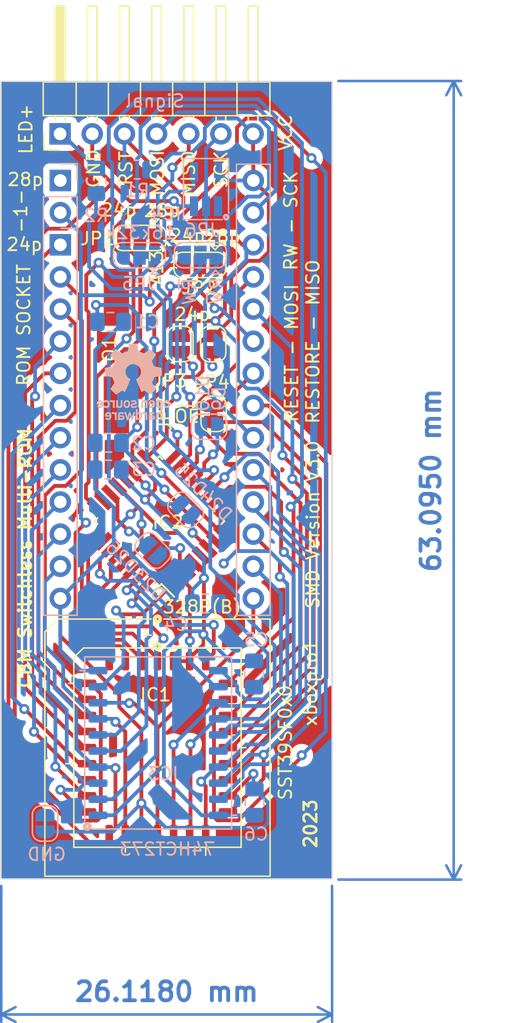
<source format=kicad_pcb>
(kicad_pcb (version 20221018) (generator pcbnew)
  (title_block (title "CBM Switchless Multi-ROM SMD Version") (date "01.10.2023") (rev "V3.0") (company "xboxpro1"))
  (layers (0 "F.Cu" signal) (31 "B.Cu" signal) (34 "B.Paste" user) (35 "F.Paste" user) (36 "B.SilkS" user "B.Silkscreen") (37 "F.SilkS" user "F.Silkscreen") (38 "B.Mask" user) (39 "F.Mask" user) (44 "Edge.Cuts" user))
  (net 0 "")
  (net 1 "/A7")
  (net 2 "/A6")
  (net 3 "/A5")
  (net 4 "/A4")
  (net 5 "/A3")
  (net 6 "/A2")
  (net 7 "/A1")
  (net 8 "/A0")
  (net 9 "/D0")
  (net 10 "/D1")
  (net 11 "/D2")
  (net 12 "GND")
  (net 13 "/D3")
  (net 14 "/D4")
  (net 15 "/D5")
  (net 16 "/D6")
  (net 17 "/D7")
  (net 18 "/A10")
  (net 19 "/A9")
  (net 20 "/A8")
  (net 21 "VCC")
  (net 22 "/Q3")
  (net 23 "/Q4")
  (net 24 "/Q5")
  (net 25 "/Q6")
  (net 26 "/Q7")
  (net 27 "/Q0")
  (net 28 "/Q1")
  (net 29 "/Q2")
  (net 30 "/X1")
  (net 31 "/X2")
  (net 32 "A18")
  (net 33 "A16")
  (net 34 "A15")
  (net 35 "A12")
  (net 36 "OE_FLASH")
  (net 37 "A11")
  (net 38 "A13")
  (net 39 "A14")
  (net 40 "A17")
  (net 41 "LED")
  (net 42 "RESET")
  (net 43 "RESTORE")
  (net 44 "RW")
  (net 45 "A13_MCU")
  (net 46 "A14_MCU")
  (net 47 "D9")
  (net 49 "D10")
  (net 50 "RST")
  (net 51 "A11_2364")
  (net 52 "OE_ROM")
  (net 53 "A11_A12")
  (net 54 "A13_VCC")
  (net 55 "A14_ROM")
  (net 58 "Net-(Con1-Pin_1)")
  (net 59 "Net-(IC3-Cp)")
  (net 60 "D23")
  (net 61 "D24")
  (net 62 "D25")
  (net 63 "D26")
  (net 64 "Net-(JP6-B)")
  (footprint "PCM_Package_LCC_AKL:PLCC-32_SMD-Socket" (layer "F.Cu") (at 135.036 125.7825)
    (property "Value" "SST39SF0x0")
    (fp_text reference "IC1")
    (fp_text value "PLCC-32_SMD-Socket" hide)
  )
  (footprint "Jumper:SolderJumper-3_P1.3mm_Open_RoundedPad1.0x1.5mm" (layer "F.Cu") (at 138.384 87.642 180)
    (fp_text reference "JP2")
    (fp_text value "28p")
  )
  (footprint "Connector_PinHeader_2.54mm:PinHeader_1x07_P2.54mm_Horizontal" (layer "F.Cu") (at 127.345 77.287 90)
    (fp_text reference "Con1" hide)
    (fp_text value "Signal")
  )
  (footprint "Jumper:SolderJumper-3_P1.3mm_Open_RoundedPad1.0x1.5mm" (layer "F.Cu") (at 133.657 85.512 180)
    (fp_text reference "JP1")
    (fp_text value "A13")
  )
  (footprint "Jumper:SolderJumper-2_P1.3mm_Bridged_RoundedPad1.0x1.5mm" (layer "F.Cu") (at 139.47 99.41 -90)
    (fp_text reference "JP7")
    (fp_text value "OE")
  )
  (footprint "Jumper:SolderJumper-2_P1.3mm_Open_RoundedPad1.0x1.5mm" (layer "F.Cu") (at 139.435 93.896 90)
    (fp_text reference "JP4")
    (fp_text value "24p")
  )
  (footprint "C64:RomAdapter_28_P" (layer "F.Cu") (at 133.714 97.9929)
    (fp_text reference "ROM1" hide)
    (fp_text value "ROM SOCKET")
  )
  (footprint "Crystal:Crystal_SMD_HC49-SD" (layer "F.Cu") (at 131.789 94.453 90)
    (fp_text reference "Q1")
    (fp_text value "20MHz" hide)
  )
  (footprint "Jumper:SolderJumper-2_P1.3mm_Open_RoundedPad1.0x1.5mm" (layer "F.Cu") (at 136.849 93.884 -90)
    (fp_text reference "JP3")
    (fp_text value "24p" hide)
  )
  (footprint "Package_QFP:TQFP-32_7x7mm_P0.8mm" (layer "F.Cu") (at 135.188 107.883 135)
    (property "Value" "328P(B)")
    (fp_text reference "IC2")
    (fp_text value "ATmega328PB-A" hide)
  )
  (footprint "Resistor_SMD:R_0805_2012Metric_Pad1.20x1.40mm_HandSolder" (layer "B.Cu") (at 133.432 80.115)
    (fp_text reference "R1")
    (fp_text value "10k" hide)
  )
  (footprint "Capacitor_SMD:C_0805_2012Metric_Pad1.18x1.45mm_HandSolder" (layer "B.Cu") (at 131.153 101.697 180)
    (fp_text reference "C2")
    (fp_text value "27pF" hide)
  )
  (footprint "Capacitor_SMD:C_0805_2012Metric_Pad1.18x1.45mm_HandSolder" (layer "B.Cu") (at 142.697 130.088 90)
    (fp_text reference "C6")
    (fp_text value "100nF" hide)
  )
  (footprint "PCM_Package_SO_AKL:SO-20_12.8x7.5mm_P1.27mm" (layer "B.Cu") (at 135.092 125.413)
    (fp_text reference "IC3")
    (fp_text value "74HCT273")
  )
  (footprint "Jumper:SolderJumper-2_P1.3mm_Open_RoundedPad1.0x1.5mm" (layer "B.Cu") (at 134.66 110.209 135)
    (fp_text reference "D23")
    (fp_text value "D26")
  )
  (footprint "Symbol:OSHW-Logo_5.7x6mm_SilkScreen" (layer "B.Cu") (at 133.13 96.874 180)
    (fp_text reference "REF**" hide)
    (fp_text value "OSHW-Logo_5.7x6mm_SilkScreen" hide)
  )
  (footprint "Jumper:SolderJumper-2_P1.3mm_Open_RoundedPad1.0x1.5mm" (layer "B.Cu") (at 137.256 106.998 135)
    (fp_text reference "D24")
    (fp_text value "D25")
  )
  (footprint "Capacitor_SMD:C_0805_2012Metric_Pad1.18x1.45mm_HandSolder" (layer "B.Cu") (at 131.143 103.812 180)
    (fp_text reference "C3")
    (fp_text value "100nF" hide)
  )
  (footprint "Resistor_SMD:R_0805_2012Metric_Pad1.20x1.40mm_HandSolder" (layer "B.Cu") (at 130.208 81.001 90)
    (fp_text reference "R2")
    (fp_text value "560" hide)
  )
  (footprint "Jumper:SolderJumper-3_P1.3mm_Bridged12_RoundedPad1.0x1.5mm" (layer "B.Cu") (at 138.426 86.869 180)
    (fp_text reference "JP6")
    (fp_text value "RW")
  )
  (footprint "Capacitor_SMD:C_0805_2012Metric_Pad1.18x1.45mm_HandSolder" (layer "B.Cu") (at 131.32 92.14)
    (fp_text reference "C1")
    (fp_text value "27pF" hide)
  )
  (footprint "Jumper:SolderJumper-2_P1.3mm_Open_RoundedPad1.0x1.5mm" (layer "B.Cu") (at 126.163 131.773 -90)
    (fp_text reference "GND1" hide)
    (fp_text value "GND")
  )
  (footprint "Jumper:SolderJumper-2_P1.3mm_Open_RoundedPad1.0x1.5mm" (layer "B.Cu") (at 139.115 100.43 180)
    (fp_text reference "D9")
    (fp_text value "D10")
  )
  (footprint "Jumper:SolderJumper-3_P1.3mm_Bridged12_RoundedPad1.0x1.5mm" (layer "B.Cu") (at 133.614 86.8795 180)
    (fp_text reference "JP5")
    (fp_text value "A14" hide)
  )
  (footprint "Capacitor_SMD:C_0805_2012Metric_Pad1.18x1.45mm_HandSolder" (layer "B.Cu") (at 142.663 119.966 -90)
    (fp_text reference "C5")
    (fp_text value "100nF" hide)
  )
  (footprint "PCM_Package_TO_SOT_SMD_AKL:SOT-23-5_HandSoldering" (layer "B.Cu") (at 138.87 81.65 90)
    (fp_text reference "IC4")
    (fp_text value "74HCT1G04" hide)
  )
  (footprint "Capacitor_SMD:C_0805_2012Metric_Pad1.18x1.45mm_HandSolder" (layer "B.Cu") (at 138.827 114.391)
    (fp_text reference "C4")
    (fp_text value "100nF")
  )
  (gr_rect (start 122.684 73.1445) (end 148.821 136.1565) (stroke (width 0.1)) (fill none) (layer "Edge.Cuts"))
  (gr_text "_" (at 138.383 90.275 90) (layer "B.SilkS") (effects (font (size 1 1)) (justify mirror)))
  (gr_text "_" (at 136.17 89.185 90) (layer "B.SilkS") (effects (font (size 1 1))))
  (gr_text "GND" (at 129.985 80.036 90) (layer "F.SilkS") (effects (font (size 1 1))))
  (gr_text "RESET - MOSI" (at 145.626 94.612 90) (layer "F.SilkS") (effects (font (size 1 1))))
  (gr_text "VCC" (at 145.152 77.196 90) (layer "F.SilkS") (effects (font (size 1 1))))
  (gr_text "__" (at 137.38 98.235) (layer "F.SilkS") (effects (font (size 1 1))))
  (gr_text "MOSI" (at 135.028 80.382 90) (layer "F.SilkS") (effects (font (size 1 1))))
  (gr_text "xboxpro1" (at 147.119 120.657 90) (layer "F.SilkS") (effects (font (size 1 1))))
  (gr_text "-1-" (at 124.235 83.386 90) (layer "F.SilkS") (effects (font (size 1 1))))
  (gr_text "CBM Switchless Multi-ROM" (at 124.583 110.81 90) (layer "F.SilkS") (effects (font (size 1 1) (thickness 0.2) bold)))
  (gr_text "RESTORE - MISO" (at 147.305 93.708 90) (layer "F.SilkS") (effects (font (size 1 1))))
  (gr_text "LED+" (at 124.642 76.915 90) (layer "F.SilkS") (effects (font (size 1 1))))
  (gr_text "24p" (at 124.532 86.023) (layer "F.SilkS") (effects (font (size 1 1))))
  (gr_text "MISO" (at 137.484 80.415 90) (layer "F.SilkS") (effects (font (size 1 1))))
  (gr_text "28p" (at 124.606 80.896) (layer "F.SilkS") (effects (font (size 1 1))))
  (gr_text "SCK" (at 140.055 80.118 90) (layer "F.SilkS") (effects (font (size 1 1))))
  (gr_text "2023" (at 147.119 131.796 90) (layer "F.SilkS") (effects (font (size 1 1) (thickness 0.2) bold)))
  (gr_text "RST" (at 132.551 80.011 90) (layer "F.SilkS") (effects (font (size 1 1))))
  (gr_text "SMD Version V3.0" (at 147.313 108.162 90) (layer "F.SilkS") (effects (font (size 1 1))))
  (gr_text "RW - SCK" (at 145.562 84.151 90) (layer "F.SilkS") (effects (font (size 1 1))))
  (dimension (type aligned) (layer "B.Cu") (pts (xy 122.703 136.208) (xy 148.821 136.208)) (height 10.659) (gr_text "26,1180 mm" (at 135.762 145.067) (layer "B.Cu") (effects (font (size 1.5 1.5) (thickness 0.3)))) (format (prefix "") (suffix "") (units 3) (units_format 1) (precision 4)) (style (thickness 0.2) (arrow_length 1.27) (text_position_mode 0) (extension_height 0.58642) (extension_offset 0.5) keep_text_aligned))
  (dimension (type aligned) (layer "B.Cu") (pts (xy 148.821 136.208) (xy 148.821 73.113)) (height 9.603) (gr_text "63,0950 mm" (at 156.624 104.6605 90) (layer "B.Cu") (effects (font (size 1.5 1.5) (thickness 0.3)))) (format (prefix "") (suffix "") (units 3) (units_format 1) (precision 4)) (style (thickness 0.2) (arrow_length 1.27) (text_position_mode 0) (extension_height 0.58642) (extension_offset 0.5) keep_text_aligned))
  (segment (start 130.5635 131.2573) (end 130.274 131.5468) (width 0.3) (layer "F.Cu") (net 1))
  (segment (start 129.7349 120.7025) (end 130.5635 121.5311) (width 0.3) (layer "F.Cu") (net 1))
  (segment (start 129.4735 120.7025) (end 129.7349 120.7025) (width 0.3) (layer "F.Cu") (net 1))
  (segment (start 126.9811 86.0529) (end 127.364 86.0529) (width 0.3) (layer "F.Cu") (net 1))
  (segment (start 128.647 131.5468) (end 123.7724 126.6722) (width 0.3) (layer "F.Cu") (net 1))
  (segment (start 123.7724 126.6722) (end 123.7724 89.2616) (width 0.3) (layer "F.Cu") (net 1))
  (segment (start 130.5635 121.5311) (end 130.5635 131.2573) (width 0.3) (layer "F.Cu") (net 1))
  (segment (start 123.7724 89.2616) (end 126.9811 86.0529) (width 0.3) (layer "F.Cu") (net 1))
  (segment (start 130.274 131.5468) (end 128.647 131.5468) (width 0.3) (layer "F.Cu") (net 1))
  (segment (start 129.0705 92.0603) (end 128.867 91.8568) (width 0.3) (layer "F.Cu") (net 2))
  (segment (start 129.2952 121.9725) (end 129.4735 121.9725) (width 0.3) (layer "F.Cu") (net 2))
  (segment (start 128.867 90.0959) (end 128.867 91.8568) (width 0.3) (layer "F.Cu") (net 2))
  (segment (start 126.1457 105.8634) (end 126.1457 118.823) (width 0.3) (layer "F.Cu") (net 2))
  (segment (start 126.1457 118.823) (end 129.2952 121.9725) (width 0.3) (layer "F.Cu") (net 2))
  (segment (start 126.9062 105.1029) (end 126.1457 105.8634) (width 0.3) (layer "F.Cu") (net 2))
  (segment (start 127.7964 105.1029) (end 126.9062 105.1029) (width 0.3) (layer "F.Cu") (net 2))
  (segment (start 129.0705 92.0603) (end 129.0705 103.8288) (width 0.3) (layer "F.Cu") (net 2))
  (segment (start 129.0705 103.8288) (end 127.7964 105.1029) (width 0.3) (layer "F.Cu") (net 2))
  (segment (start 127.364 88.5929) (end 128.867 90.0959) (width 0.3) (layer "F.Cu") (net 2))
  (segment (start 127.8619 99.9548) (end 126.9675 99.9548) (width 0.3) (layer "F.Cu") (net 3))
  (segment (start 129.2394 123.2425) (end 129.4735 123.2425) (width 0.3) (layer "F.Cu") (net 3))
  (segment (start 127.364 91.1329) (end 128.5659 92.3348) (width 0.3) (layer "F.Cu") (net 3))
  (segment (start 125.6438 119.6469) (end 129.2394 123.2425) (width 0.3) (layer "F.Cu") (net 3))
  (segment (start 125.6438 101.2785) (end 125.6438 119.6469) (width 0.3) (layer "F.Cu") (net 3))
  (segment (start 126.9675 99.9548) (end 125.6438 101.2785) (width 0.3) (layer "F.Cu") (net 3))
  (segment (start 128.5659 92.3348) (end 128.5659 99.2508) (width 0.3) (layer "F.Cu") (net 3))
  (segment (start 128.5659 99.2508) (end 127.8619 99.9548) (width 0.3) (layer "F.Cu") (net 3))
  (segment (start 129.2546 124.5125) (end 129.4735 124.5125) (width 0.3) (layer "F.Cu") (net 4))
  (segment (start 125.1419 98.2532) (end 125.1419 120.3998) (width 0.3) (layer "F.Cu") (net 4))
  (segment (start 125.1419 120.3998) (end 129.2546 124.5125) (width 0.3) (layer "F.Cu") (net 4))
  (segment (start 125.3723 98.0228) (end 125.1419 98.2532) (width 0.3) (layer "F.Cu") (net 4))
  (via (at 125.3723 98.0228) (size 0.8) (drill 0.4) (layers "F.Cu" "B.Cu") (net 4))
  (segment (start 125.3723 98.0228) (end 125.3723 95.6646) (width 0.3) (layer "B.Cu") (net 4))
  (segment (start 125.3723 95.6646) (end 127.364 93.6729) (width 0.3) (layer "B.Cu") (net 4))
  (segment (start 129.298893 125.7825) (end 129.4735 125.7825) (width 0.3) (layer "F.Cu") (net 5))
  (segment (start 124.5877 119.8747) (end 124.602 119.889) (width 0.3) (layer "F.Cu") (net 5))
  (segment (start 127.364 96.2129) (end 126.119 96.2129) (width 0.3) (layer "F.Cu") (net 5))
  (segment (start 124.602 121.085608) (end 129.298893 125.7825) (width 0.3) (layer "F.Cu") (net 5))
  (segment (start 124.602 119.889) (end 124.602 121.085608) (width 0.3) (layer "F.Cu") (net 5))
  (segment (start 124.5877 97.7442) (end 124.5877 119.8747) (width 0.3) (layer "F.Cu") (net 5))
  (segment (start 126.119 96.2129) (end 124.5877 97.7442) (width 0.3) (layer "F.Cu") (net 5))
  (segment (start 124.559793 122.734) (end 128.878293 127.0525) (width 0.3) (layer "F.Cu") (net 6))
  (segment (start 124.5219 122.734) (end 124.559793 122.734) (width 0.3) (layer "F.Cu") (net 6))
  (segment (start 128.878293 127.0525) (end 129.4735 127.0525) (width 0.3) (layer "F.Cu") (net 6))
  (via (at 124.5219 122.734) (size 0.8) (drill 0.4) (layers "F.Cu" "B.Cu") (net 6))
  (segment (start 123.5845 121.7966) (end 124.5219 122.734) (width 0.3) (layer "B.Cu") (net 6))
  (segment (start 123.5845 102.5324) (end 127.364 98.7529) (width 0.3) (layer "B.Cu") (net 6))
  (segment (start 123.5845 120.5366) (end 123.5845 121.7966) (width 0.3) (layer "B.Cu") (net 6))
  (segment (start 123.5845 120.5366) (end 123.5845 102.5324) (width 0.3) (layer "B.Cu") (net 6))
  (segment (start 129.087632 128.3225) (end 129.4735 128.3225) (width 0.3) (layer "F.Cu") (net 7))
  (segment (start 129.0745 128.3225) (end 127.1209 126.3689) (width 0.3) (layer "F.Cu") (net 7))
  (segment (start 125.285118 124.519986) (end 129.087632 128.3225) (width 0.3) (layer "F.Cu") (net 7))
  (segment (start 129.4735 128.3225) (end 129.0745 128.3225) (width 0.3) (layer "F.Cu") (net 7))
  (via (at 125.285118 124.519986) (size 0.8) (drill 0.4) (layers "F.Cu" "B.Cu") (net 7))
  (segment (start 125.285118 124.519986) (end 125.2898 124.524668) (width 0.3) (layer "B.Cu") (net 7))
  (segment (start 124.0954 104.5615) (end 127.364 101.2929) (width 0.3) (layer "B.Cu") (net 7))
  (segment (start 125.2898 120.1954) (end 124.0954 119.001) (width 0.3) (layer "B.Cu") (net 7))
  (segment (start 124.0954 119.001) (end 124.0954 104.5615) (width 0.3) (layer "B.Cu") (net 7))
  (segment (start 125.2898 124.524668) (end 125.2898 120.1954) (width 0.3) (layer "B.Cu") (net 7))
  (segment (start 129.298893 129.5925) (end 126.99237 127.285977) (width 0.3) (layer "F.Cu") (net 8))
  (segment (start 129.2596 129.5925) (end 129.4735 129.5925) (width 0.3) (layer "F.Cu") (net 8))
  (segment (start 126.99237 127.285977) (end 126.978023 127.285977) (width 0.3) (layer "F.Cu") (net 8))
  (segment (start 129.4735 129.5925) (end 129.298893 129.5925) (width 0.3) (layer "F.Cu") (net 8))
  (via (at 126.978023 127.285977) (size 0.8) (drill 0.4) (layers "F.Cu" "B.Cu") (net 8))
  (segment (start 125.8006 119.7657) (end 124.5973 118.5624) (width 0.3) (layer "B.Cu") (net 8))
  (segment (start 126.978023 127.285977) (end 126.978023 125.15223) (width 0.3) (layer "B.Cu") (net 8))
  (segment (start 124.5973 106.5996) (end 127.364 103.8329) (width 0.3) (layer "B.Cu") (net 8))
  (segment (start 124.5973 118.5624) (end 124.5973 106.5996) (width 0.3) (layer "B.Cu") (net 8))
  (segment (start 126.978023 122.625729) (end 125.8006 121.448306) (width 0.3) (layer "B.Cu") (net 8))
  (segment (start 125.8006 121.448306) (end 125.8006 119.7657) (width 0.3) (layer "B.Cu") (net 8))
  (segment (start 126.978023 125.15223) (end 126.978023 122.625729) (width 0.3) (layer "B.Cu") (net 8))
  (segment (start 129.1275 130.8625) (end 127.377 129.112) (width 0.3) (layer "F.Cu") (net 9))
  (segment (start 129.4735 130.8625) (end 129.1275 130.8625) (width 0.3) (layer "F.Cu") (net 9))
  (via (at 127.377 129.112) (size 0.8) (drill 0.4) (layers "F.Cu" "B.Cu") (net 9))
  (segment (start 125.0992 108.6377) (end 127.364 106.3729) (width 0.3) (layer "B.Cu") (net 9))
  (segment (start 126.4125 121.3531) (end 126.4125 119.6679) (width 0.3) (layer "B.Cu") (net 9))
  (segment (start 127.377 129.112) (end 128.7956 129.112) (width 0.3) (layer "B.Cu") (net 9))
  (segment (start 127.8729 127.1413) (end 127.8729 122.8135) (width 0.3) (layer "B.Cu") (net 9))
  (segment (start 129.3196 128.588) (end 127.8729 127.1413) (width 0.3) (layer "B.Cu") (net 9))
  (segment (start 127.8729 122.8135) (end 126.4125 121.3531) (width 0.3) (layer "B.Cu") (net 9))
  (segment (start 125.0992 118.3546) (end 125.0992 108.6377) (width 0.3) (layer "B.Cu") (net 9))
  (segment (start 128.7956 129.112) (end 129.3196 128.588) (width 0.3) (layer "B.Cu") (net 9))
  (segment (start 126.4125 119.6679) (end 125.0992 118.3546) (width 0.3) (layer "B.Cu") (net 9))
  (segment (start 130.342 128.588) (end 129.3196 128.588) (width 0.3) (layer "B.Cu") (net 9))
  (segment (start 131.7193 127.4042) (end 131.7193 132.1267) (width 0.3) (layer "F.Cu") (net 10))
  (segment (start 131.7193 132.1267) (end 131.226 132.62) (width 0.3) (layer "F.Cu") (net 10))
  (via (at 131.7193 127.4042) (size 0.8) (drill 0.4) (layers "F.Cu" "B.Cu") (net 10))
  (segment (start 126.9153 119.463594) (end 126.9153 121.0621) (width 0.3) (layer "B.Cu") (net 10))
  (segment (start 125.621 118.169294) (end 126.9153 119.463594) (width 0.3) (layer "B.Cu") (net 10))
  (segment (start 128.6249 125.869) (end 130.0739 127.318) (width 0.3) (layer "B.Cu") (net 10))
  (segment (start 127.364 108.9129) (end 125.621 110.6559) (width 0.3) (layer "B.Cu") (net 10))
  (segment (start 130.0739 127.318) (end 130.342 127.318) (width 0.3) (layer "B.Cu") (net 10))
  (segment (start 131.6331 127.318) (end 130.342 127.318) (width 0.3) (layer "B.Cu") (net 10))
  (segment (start 126.9153 121.0621) (end 128.6249 122.7717) (width 0.3) (layer "B.Cu") (net 10))
  (segment (start 125.621 110.6559) (end 125.621 118.169294) (width 0.3) (layer "B.Cu") (net 10))
  (segment (start 128.6249 122.7717) (end 128.6249 125.869) (width 0.3) (layer "B.Cu") (net 10))
  (segment (start 131.7193 127.4042) (end 131.6331 127.318) (width 0.3) (layer "B.Cu") (net 10))
  (segment (start 132.496 124.521) (end 132.496 132.62) (width 0.3) (layer "F.Cu") (net 11))
  (segment (start 131.72 123.745) (end 132.496 124.521) (width 0.3) (layer "F.Cu") (net 11))
  (via (at 131.72 123.745) (size 0.8) (drill 0.4) (layers "F.Cu" "B.Cu") (net 11))
  (segment (start 126.134 114.8522) (end 126.134 117.733) (width 0.3) (layer "B.Cu") (net 11))
  (segment (start 130.342 123.508) (end 131.483 123.508) (width 0.3) (layer "B.Cu") (net 11))
  (segment (start 127.364 111.4529) (end 126.1428 112.6741) (width 0.3) (layer "B.Cu") (net 11))
  (segment (start 126.134 117.733) (end 127.5939 119.1929) (width 0.3) (layer "B.Cu") (net 11))
  (segment (start 131.483 123.508) (end 131.72 123.745) (width 0.3) (layer "B.Cu") (net 11))
  (segment (start 127.5939 119.1929) (end 127.5939 120.9506) (width 0.3) (layer "B.Cu") (net 11))
  (segment (start 130.1513 123.508) (end 130.342 123.508) (width 0.3) (layer "B.Cu") (net 11))
  (segment (start 126.1428 114.8434) (end 126.134 114.8522) (width 0.3) (layer "B.Cu") (net 11))
  (segment (start 126.1428 112.6741) (end 126.1428 114.8434) (width 0.3) (layer "B.Cu") (net 11))
  (segment (start 127.5939 120.9506) (end 130.1513 123.508) (width 0.3) (layer "B.Cu") (net 11))
  (segment (start 133.766 124.3291) (end 133.766 130.182) (width 0.3) (layer "F.Cu") (net 12))
  (segment (start 133.766 130.182) (end 133.766 132.62) (width 0.3) (layer "F.Cu") (net 12))
  (segment (start 140.8727 129.5925) (end 140.5985 129.5925) (width 0.3) (layer "F.Cu") (net 12))
  (segment (start 142.6111 127.8541) (end 140.8727 129.5925) (width 0.3) (layer "F.Cu") (net 12))
  (segment (start 123.2705 126.8857) (end 130.0987 133.7139) (width 0.3) (layer "F.Cu") (net 12))
  (segment (start 127.364 113.9929) (end 127.364 116.9606) (width 0.3) (layer "F.Cu") (net 12))
  (segment (start 132.0153 121.6119) (end 132.0153 122.5784) (width 0.3) (layer "F.Cu") (net 12))
  (segment (start 131.4404 81.1914) (end 132.8507 82.6017) (width 0.3) (layer "F.Cu") (net 12))
  (segment (start 138.476047 110.605361) (end 136.693736 108.82305) (width 0.3) (layer "F.Cu") (net 12))
  (segment (start 133.500717 106.761283) (end 132.9409 106.2014) (width 0.3) (layer "F.Cu") (net 12))
  (segment (start 123.2705 87.8625) (end 123.2705 126.8857) (width 0.3) (layer "F.Cu") (net 12))
  (segment (start 132.916 107.345) (end 132.917 107.345) (width 0.3) (layer "F.Cu") (net 12))
  (segment (start 127.364 116.9606) (end 132.0153 121.6119) (width 0.3) (layer "F.Cu") (net 12))
  (segment (start 131.4404 81.1914) (end 127.8489 84.7829) (width 0.3) (layer "F.Cu") (net 12))
  (segment (start 130.0987 133.7139) (end 133.5681 133.7139) (width 0.3) (layer "F.Cu") (net 12))
  (segment (start 131.9 105.1606) (end 132.7146 105.9751) (width 0.3) (layer "F.Cu") (net 12))
  (segment (start 133.7816 107.0422) (end 133.500717 106.761283) (width 0.3) (layer "F.Cu") (net 12))
  (segment (start 135.56895 108.82305) (end 133.7881 107.0422) (width 0.3) (layer "F.Cu") (net 12))
  (segment (start 132.917 107.345) (end 133.500717 106.761283) (width 0.3) (layer "F.Cu") (net 12))
  (segment (start 132.0153 122.5784) (end 133.766 124.3291) (width 0.3) (layer "F.Cu") (net 12))
  (segment (start 133.766 133.516) (end 133.766 132.62) (width 0.3) (layer "F.Cu") (net 12))
  (segment (start 127.8489 84.7829) (end 126.3501 84.7829) (width 0.3) (layer "F.Cu") (net 12))
  (segment (start 133.5681 133.7139) (end 133.766 133.516) (width 0.3) (layer "F.Cu") (net 12))
  (segment (start 132.9409 106.2014) (end 132.7146 105.9751) (width 0.3) (layer "F.Cu") (net 12))
  (segment (start 138.476 110.6054) (end 137.6615 109.7908) (width 0.3) (layer "F.Cu") (net 12))
  (segment (start 129.885 79.636) (end 131.4404 81.1914) (width 0.3) (layer "F.Cu") (net 12))
  (segment (start 129.885 77.287) (end 129.885 79.636) (width 0.3) (layer "F.Cu") (net 12))
  (segment (start 137.6615 109.7908) (end 137.6614 109.7909) (width 0.3) (layer "F.Cu") (net 12))
  (segment (start 133.7881 107.0422) (end 133.7816 107.0422) (width 0.3) (layer "F.Cu") (net 12))
  (segment (start 136.693736 108.82305) (end 135.56895 108.82305) (width 0.3) (layer "F.Cu") (net 12))
  (segment (start 132.8507 82.6017) (end 136.3283 82.6017) (width 0.3) (layer "F.Cu") (net 12))
  (segment (start 126.3501 84.7829) (end 123.2705 87.8625) (width 0.3) (layer "F.Cu") (net 12))
  (via (at 133.766 130.182) (size 0.8) (drill 0.4) (layers "F.Cu" "B.Cu") (net 12))
  (via (at 132.916 107.345) (size 0.8) (drill 0.4) (layers "F.Cu" "B.Cu") (net 12))
  (via (at 142.6111 127.8541) (size 0.8) (drill 0.4) (layers "F.Cu" "B.Cu") (net 12))
  (via (at 136.3283 82.6017) (size 0.8) (drill 0.4) (layers "F.Cu" "B.Cu") (net 12))
  (segment (start 142.697 129.0505) (end 142.6111 128.9646) (width 0.3) (layer "B.Cu") (net 12))
  (segment (start 131.5729 110.408) (end 131.5729 106.8078) (width 0.3) (layer "B.Cu") (net 12))
  (segment (start 132.916 107.345) (end 131.5729 108.6881) (width 0.3) (layer "B.Cu") (net 12))
  (segment (start 130.9489 110.408) (end 127.364 113.9929) (width 0.3) (layer "B.Cu") (net 12))
  (segment (start 136.7266 83) (end 136.3283 82.6017) (width 0.3) (layer "B.Cu") (net 12))
  (segment (start 126.163 132.423) (end 131.525 132.423) (width 0.3) (layer "B.Cu") (net 12))
  (segment (start 127.364 118.145) (end 127.364 113.9929) (width 0.3) (layer "B.Cu") (net 12))
  (segment (start 139.8285 114.429) (end 139.8285 114.427) (width 0.3) (layer "B.Cu") (net 12))
  (segment (start 131.5729 108.6881) (end 131.5729 110.24) (width 0.3) (layer "B.Cu") (net 12))
  (segment (start 138.7298 115.5277) (end 139.8285 114.429) (width 0.3) (layer "B.Cu") (net 12))
  (segment (start 130.1155 101.697) (end 130.1155 94.382) (width 0.3) (layer "B.Cu") (net 12))
  (segment (start 131.5729 106.8078) (end 130.1055 105.3404) (width 0.3) (layer "B.Cu") (net 12))
  (segment (start 143.7614 118.3619) (end 143.7614 119.9051) (width 0.3) (layer "B.Cu") (net 12))
  (segment (start 130.342 119.698) (end 128.917 119.698) (width 0.3) (layer "B.Cu") (net 12))
  (segment (start 130.1155 103.802) (end 130.1155 101.697) (width 0.3) (layer "B.Cu") (net 12))
  (segment (start 137.92 83) (end 136.7266 83) (width 0.3) (layer "B.Cu") (net 12))
  (segment (start 126.163 132.423) (end 126.163 131.123) (width 0.3) (layer "B.Cu") (net 12))
  (segment (start 130.1155 94.382) (end 132.3575 92.14) (width 0.3) (layer "B.Cu") (net 12))
  (segment (start 130.1055 103.812) (end 130.1155 103.802) (width 0.3) (layer "B.Cu") (net 12))
  (segment (start 131.5729 110.408) (end 136.6926 115.5277) (width 0.3) (layer "B.Cu") (net 12))
  (segment (start 139.8285 114.429) (end 143.7614 118.3619) (width 0.3) (layer "B.Cu") (net 12))
  (segment (start 139.8285 114.427) (end 139.8645 114.391) (width 0.3) (layer "B.Cu") (net 12))
  (segment (start 128.917 119.698) (end 127.364 118.145) (width 0.3) (layer "B.Cu") (net 12))
  (segment (start 135.6987 132.1147) (end 133.766 130.182) (width 0.3) (layer "B.Cu") (net 12))
  (segment (start 143.7614 119.9051) (end 142.663 121.0035) (width 0.3) (layer "B.Cu") (net 12))
  (segment (start 143.383 132.1147) (end 135.6987 132.1147) (width 0.3) (layer "B.Cu") (net 12))
  (segment (start 143.7768 130.1303) (end 143.7768 131.7209) (width 0.3) (layer "B.Cu") (net 12))
  (segment (start 142.6111 128.9646) (end 142.6111 127.8541) (width 0.3) (layer "B.Cu") (net 12))
  (segment (start 131.5729 110.408) (end 130.9489 110.408) (width 0.3) (layer "B.Cu") (net 12))
  (segment (start 143.7768 131.7209) (end 143.383 132.1147) (width 0.3) (layer "B.Cu") (net 12))
  (segment (start 142.697 129.0505) (end 143.7768 130.1303) (width 0.3) (layer "B.Cu") (net 12))
  (segment (start 130.1055 105.3404) (end 130.1055 103.812) (width 0.3) (layer "B.Cu") (net 12))
  (segment (start 131.525 132.423) (end 133.766 130.182) (width 0.3) (layer "B.Cu") (net 12))
  (segment (start 136.6926 115.5277) (end 138.7298 115.5277) (width 0.3) (layer "B.Cu") (net 12))
  (segment (start 135.036 132.62) (end 135.036 124.1371) (width 0.3) (layer "F.Cu") (net 13))
  (segment (start 135.036 124.1371) (end 135.1466 124.1371) (width 0.3) (layer "F.Cu") (net 13))
  (segment (start 133.1666 122.2677) (end 135.036 124.1371) (width 0.3) (layer "F.Cu") (net 13))
  (segment (start 132.8101 122.2677) (end 133.1666 122.2677) (width 0.3) (layer "F.Cu") (net 13))
  (segment (start 135.1466 124.1371) (end 142.604 116.6797) (width 0.3) (layer "F.Cu") (net 13))
  (segment (start 142.604 116.6797) (end 142.604 113.9929) (width 0.3) (layer "F.Cu") (net 13))
  (via (at 132.8101 122.2677) (size 0.8) (drill 0.4) (layers "F.Cu" "B.Cu") (net 13))
  (segment (start 130.342 122.238) (end 132.7804 122.238) (width 0.3) (layer "B.Cu") (net 13))
  (segment (start 132.7804 122.238) (end 132.8101 122.2677) (width 0.3) (layer "B.Cu") (net 13))
  (segment (start 136.306 132.62) (end 136.306 125.5559) (width 0.3) (layer "F.Cu") (net 14))
  (via (at 136.306 125.5559) (size 0.8) (drill 0.4) (layers "F.Cu" "B.Cu") (net 14))
  (segment (start 139.6239 122.238) (end 136.306 125.5559) (width 0.3) (layer "B.Cu") (net 14))
  (segment (start 144.7856 113.6345) (end 142.604 111.4529) (width 0.3) (layer "B.Cu") (net 14))
  (segment (start 139.842 122.238) (end 139.6239 122.238) (width 0.3) (layer "B.Cu") (net 14))
  (segment (start 143.6258 122.4864) (end 144.7856 121.3266) (width 0.3) (layer "B.Cu") (net 14))
  (segment (start 140.0904 122.4864) (end 143.6258 122.4864) (width 0.3) (layer "B.Cu") (net 14))
  (segment (start 139.842 122.238) (end 140.0904 122.4864) (width 0.3) (layer "B.Cu") (net 14))
  (segment (start 144.7856 121.3266) (end 144.7856 113.6345) (width 0.3) (layer "B.Cu") (net 14))
  (segment (start 144.699 111.072561) (end 144.699 112.275) (width 0.3) (layer "F.Cu") (net 15))
  (segment (start 142.604 108.977561) (end 144.699 111.072561) (width 0.3) (layer "F.Cu") (net 15))
  (segment (start 137.6427 132.5533) (end 137.6427 125.5166) (width 0.3) (layer "F.Cu") (net 15))
  (segment (start 137.576 132.62) (end 137.6427 132.5533) (width 0.3) (layer "F.Cu") (net 15))
  (segment (start 142.604 108.9129) (end 142.604 108.977561) (width 0.3) (layer "F.Cu") (net 15))
  (via (at 137.6427 125.5166) (size 0.8) (drill 0.4) (layers "F.Cu" "B.Cu") (net 15))
  (via (at 144.699 112.275) (size 0.8) (drill 0.4) (layers "F.Cu" "B.Cu") (net 15))
  (segment (start 144.699 112.275) (end 144.7149 112.275) (width 0.3) (layer "B.Cu") (net 15))
  (segment (start 145.2889 112.849) (end 145.2889 121.5341) (width 0.3) (layer "B.Cu") (net 15))
  (segment (start 139.6513 123.508) (end 137.6427 125.5166) (width 0.3) (layer "B.Cu") (net 15))
  (segment (start 144.7149 112.275) (end 145.2889 112.849) (width 0.3) (layer "B.Cu") (net 15))
  (segment (start 139.842 123.508) (end 139.6513 123.508) (width 0.3) (layer "B.Cu") (net 15))
  (segment (start 145.2889 121.5341) (end 143.315 123.508) (width 0.3) (layer "B.Cu") (net 15))
  (segment (start 143.315 123.508) (end 139.842 123.508) (width 0.3) (layer "B.Cu") (net 15))
  (segment (start 142.9746 109.2835) (end 142.604 108.9129) (width 0.3) (layer "B.Cu") (net 15))
  (segment (start 138.846 128.8231) (end 138.4888 128.4659) (width 0.3) (layer "F.Cu") (net 16))
  (segment (start 138.846 132.62) (end 138.846 128.8231) (width 0.3) (layer "F.Cu") (net 16))
  (via (at 138.4888 128.4659) (size 0.8) (drill 0.4) (layers "F.Cu" "B.Cu") (net 16))
  (segment (start 140.2571 127.318) (end 142.0413 125.5338) (width 0.3) (layer "B.Cu") (net 16))
  (segment (start 139.842 127.318) (end 139.6367 127.318) (width 0.3) (layer "B.Cu") (net 16))
  (segment (start 139.842 127.318) (end 140.2571 127.318) (width 0.3) (layer "B.Cu") (net 16))
  (segment (start 142.0413 125.5338) (end 143.4222 125.5338) (width 0.3) (layer "B.Cu") (net 16))
  (segment (start 139.6367 127.318) (end 138.4888 128.4659) (width 0.3) (layer "B.Cu") (net 16))
  (segment (start 146.7977 122.1583) (end 146.7977 111.0473) (width 0.3) (layer "B.Cu") (net 16))
  (segment (start 143.4222 125.5338) (end 146.7977 122.1583) (width 0.3) (layer "B.Cu") (net 16))
  (segment (start 142.604 106.8536) (end 142.604 106.3729) (width 0.3) (layer "B.Cu") (net 16))
  (segment (start 146.7977 111.0473) (end 142.604 106.8536) (width 0.3) (layer "B.Cu") (net 16))
  (segment (start 143.4212 128.2199) (end 140.7786 130.8625) (width 0.3) (layer "F.Cu") (net 17))
  (segment (start 140.7786 130.8625) (end 140.5985 130.8625) (width 0.3) (layer "F.Cu") (net 17))
  (segment (start 143.4212 126.3443) (end 143.4212 128.2199) (width 0.3) (layer "F.Cu") (net 17))
  (via (at 143.4212 126.3443) (size 0.8) (drill 0.4) (layers "F.Cu" "B.Cu") (net 17))
  (segment (start 140.0473 128.588) (end 142.291 126.3443) (width 0.3) (layer "B.Cu") (net 17))
  (segment (start 147.312 122.4535) (end 147.312 110.8113) (width 0.3) (layer "B.Cu") (net 17))
  (segment (start 143.9436 105.1725) (end 142.604 103.8329) (width 0.3) (layer "B.Cu") (net 17))
  (segment (start 143.4212 126.3443) (end 147.312 122.4535) (width 0.3) (layer "B.Cu") (net 17))
  (segment (start 142.291 126.3443) (end 143.4212 126.3443) (width 0.3) (layer "B.Cu") (net 17))
  (segment (start 143.9436 107.4429) (end 143.9436 105.1725) (width 0.3) (layer "B.Cu") (net 17))
  (segment (start 147.312 110.8113) (end 143.9436 107.4429) (width 0.3) (layer "B.Cu") (net 17))
  (segment (start 139.842 128.588) (end 140.0473 128.588) (width 0.3) (layer "B.Cu") (net 17))
  (segment (start 140.773107 128.3225) (end 142.51875 126.576857) (width 0.3) (layer "F.Cu") (net 18))
  (segment (start 140.5985 128.3225) (end 140.773107 128.3225) (width 0.3) (layer "F.Cu") (net 18))
  (segment (start 148.3714 103.3184) (end 148.3714 120.2511) (width 0.3) (layer "F.Cu") (net 18))
  (segment (start 142.51875 126.576857) (end 142.51875 126.10375) (width 0.3) (layer "F.Cu") (net 18))
  (segment (start 142.604 98.7529) (end 143.8059 98.7529) (width 0.3) (layer "F.Cu") (net 18))
  (segment (start 148.3714 120.2511) (end 142.51875 126.10375) (width 0.3) (layer "F.Cu") (net 18))
  (segment (start 143.8059 98.7529) (end 148.3714 103.3184) (width 0.3) (layer "F.Cu") (net 18))
  (segment (start 140.8498 124.5125) (end 146.8342 118.5281) (width 0.3) (layer "F.Cu") (net 19))
  (segment (start 140.5985 124.5125) (end 140.8498 124.5125) (width 0.3) (layer "F.Cu") (net 19))
  (segment (start 146.8342 105.6955) (end 145.688 104.5493) (width 0.3) (layer "F.Cu") (net 19))
  (segment (start 146.8342 118.5281) (end 146.8342 105.6955) (width 0.3) (layer "F.Cu") (net 19))
  (via (at 145.688 104.5493) (size 0.8) (drill 0.4) (layers "F.Cu" "B.Cu") (net 19))
  (segment (start 145.688 94.2169) (end 142.604 91.1329) (width 0.3) (layer "B.Cu") (net 19))
  (segment (start 145.688 104.5493) (end 145.688 94.2169) (width 0.3) (layer "B.Cu") (net 19))
  (segment (start 146.3322 106.4698) (end 144.0878 104.2254) (width 0.3) (layer "F.Cu") (net 20))
  (segment (start 140.7848 123.2425) (end 146.3322 117.6951) (width 0.3) (layer "F.Cu") (net 20))
  (segment (start 140.5985 123.2425) (end 140.7848 123.2425) (width 0.3) (layer "F.Cu") (net 20))
  (segment (start 144.0877 103.6092) (end 143.0414 102.5629) (width 0.3) (layer "F.Cu") (net 20))
  (segment (start 143.0414 102.5629) (end 140.4457 102.5629) (width 0.3) (layer "F.Cu") (net 20))
  (segment (start 141.3829 95.3942) (end 141.3829 89.814) (width 0.3) (layer "F.Cu") (net 20))
  (segment (start 138.3681 100.4853) (end 138.3681 98.409) (width 0.3) (layer "F.Cu") (net 20))
  (segment (start 140.4457 102.5629) (end 138.3681 100.4853) (width 0.3) (layer "F.Cu") (net 20))
  (segment (start 144.0877 104.2254) (end 144.0877 103.6092) (width 0.3) (layer "F.Cu") (net 20))
  (segment (start 146.3322 117.6951) (end 146.3322 106.4698) (width 0.3) (layer "F.Cu") (net 20))
  (segment (start 141.3829 89.814) (end 142.604 88.5929) (width 0.3) (layer "F.Cu") (net 20))
  (segment (start 138.3681 98.409) (end 141.3829 95.3942) (width 0.3) (layer "F.Cu") (net 20))
  (segment (start 144.0878 104.2254) (end 144.0877 104.2254) (width 0.3) (layer "F.Cu") (net 20))
  (segment (start 134.234 100.3608) (end 134.234 98.697) (width 0.3) (layer "F.Cu") (net 21))
  (segment (start 139.5149 93.246) (end 140.8615 91.8994) (width 0.3) (layer "F.Cu") (net 21))
  (segment (start 142.1629 87.3229) (end 143.1035 87.3229) (width 0.3) (layer "F.Cu") (net 21))
  (segment (start 142.604 79.771) (end 142.585 79.752) (width 0.3) (layer "F.Cu") (net 21))
  (segment (start 142.604 80.9729) (end 142.604 79.771) (width 0.3) (layer "F.Cu") (net 21))
  (segment (start 138.6676 116.84534) (end 138.66026 116.838) (width 0.3) (layer "F.Cu") (net 21))
  (segment (start 137.576 118.7212) (end 137.576 118.945) (width 0.3) (layer "F.Cu") (net 21))
  (segment (start 134.234 98.697) (end 136.4351 96.4959) (width 0.3) (layer "F.Cu") (net 21))
  (segment (start 140.8615 88.6243) (end 142.1629 87.3229) (width 0.3) (layer "F.Cu") (net 21))
  (segment (start 133.597 103.4636) (end 134.4115 104.2781) (width 0.3) (layer "F.Cu") (net 21))
  (segment (start 138.66026 116.838) (end 138.7058 116.79246) (width 0.3) (layer "F.Cu") (net 21))
  (segment (start 138.7058 112.0047) (end 138.7058 112.3925) (width 0.3) (layer "F.Cu") (net 21))
  (segment (start 134.2323 100.3625) (end 134.2323 100.715861) (width 0.3) (layer "F.Cu") (net 21))
  (segment (start 143.8278 82.1967) (end 142.604 80.9729) (width 0.3) (layer "F.Cu") (net 21))
  (segment (start 142.585 79.752) (end 142.585 77.287) (width 0.3) (layer "F.Cu") (net 21))
  (segment (start 136.306 118.945) (end 137.576 118.945) (width 0.3) (layer "F.Cu") (net 21))
  (segment (start 138.725 111.9855) (end 138.7058 112.0047) (width 0.3) (layer "F.Cu") (net 21))
  (segment (start 139.435 93.246) (end 138.9333 93.246) (width 0.3) (layer "F.Cu") (net 21))
  (segment (start 140.8615 91.8994) (end 140.8615 88.6243) (width 0.3) (layer "F.Cu") (net 21))
  (segment (start 143.8278 86.5986) (end 143.8278 82.1967) (width 0.3) (layer "F.Cu") (net 21))
  (segment (start 133.052555 102.919128) (end 133.59701 103.463583) (width 0.3) (layer "F.Cu") (net 21))
  (segment (start 137.9104 111.171) (end 138.725 111.9855) (width 0.3) (layer "F.Cu") (net 21))
  (segment (start 139.435 93.246) (end 139.5149 93.246) (width 0.3) (layer "F.Cu") (net 21))
  (segment (start 143.1035 87.3229) (end 143.8278 86.5986) (width 0.3) (layer "F.Cu") (net 21))
  (segment (start 138.7058 116.79246) (end 138.7058 112.3925) (width 0.3) (layer "F.Cu") (net 21))
  (segment (start 136.4351 96.4959) (end 138.0989 96.4959) (width 0.3) (layer "F.Cu") (net 21))
  (segment (start 134.846 104.712573) (end 134.846 105.376) (width 0.3) (layer "F.Cu") (net 21))
  (segment (start 138.2813 94.9455) (end 138.5992 95.2634) (width 0.3) (layer "F.Cu") (net 21))
  (segment (start 138.9333 93.246) (end 138.2813 93.898) (width 0.3) (layer "F.Cu") (net 21))
  (segment (start 138.6676 117.6296) (end 138.6676 116.84534) (width 0.3) (layer "F.Cu") (net 21))
  (segment (start 133.59701 103.463583) (end 134.846 104.712573) (width 0.3) (layer "F.Cu") (net 21))
  (segment (start 138.5992 95.2634) (end 138.5992 95.9956) (width 0.3) (layer "F.Cu") (net 21))
  (segment (start 134.846 105.376) (end 134.283 105.939) (width 0.3) (layer "F.Cu") (net 21))
  (segment (start 138.6676 117.6296) (end 137.576 118.7212) (width 0.3) (layer "F.Cu") (net 21))
  (segment (start 138.2813 93.898) (end 138.2813 94.9455) (width 0.3) (layer "F.Cu") (net 21))
  (segment (start 134.2323 100.3625) (end 134.234 100.3608) (width 0.3) (layer "F.Cu") (net 21))
  (segment (start 133.052555 101.895606) (end 133.052555 102.919128) (width 0.3) (layer "F.Cu") (net 21))
  (segment (start 134.2323 100.715861) (end 133.052555 101.895606) (width 0.3) (layer "F.Cu") (net 21))
  (segment (start 138.5992 95.9956) (end 138.0989 96.4959) (width 0.3) (layer "F.Cu") (net 21))
  (via (at 138.66026 116.838) (size 0.8) (drill 0.4) (layers "F.Cu" "B.Cu") (net 21))
  (via (at 134.056 106.184) (size 0.8) (drill 0.4) (layers "F.Cu" "B.Cu") (net 21))
  (via (at 138.7058 112.3925) (size 0.8) (drill 0.4) (layers "F.Cu" "B.Cu") (net 21))
  (segment (start 131.5727 131.128) (end 135.5424 127.1583) (width 0.3) (layer "B.Cu") (net 21))
  (segment (start 142.6945 131.128) (end 142.697 131.1255) (width 0.3) (layer "B.Cu") (net 21))
  (segment (start 134.432 80.115) (end 134.873 80.115) (width 0.3) (layer "B.Cu") (net 21))
  (segment (start 141.3745 76.0765) (end 142.585 77.287) (width 0.3) (layer "B.Cu") (net 21))
  (segment (start 140.75076 118.9285) (end 138.66026 116.838) (width 0.3) (layer "B.Cu") (net 21))
  (segment (start 132.1805 104.3085) (end 134.056 106.184) (width 0.3) (layer "B.Cu") (net 21))
  (segment (start 135.5424 128.1454) (end 135.5424 127.1583) (width 0.3) (layer "B.Cu") (net 21))
  (segment (start 138.525 131.128) (end 135.5424 128.1454) (width 0.3) (layer "B.Cu") (net 21))
  (segment (start 140.4929 80.9729) (end 139.82 80.3) (width 0.3) (layer "B.Cu") (net 21))
  (segment (start 138.775 77.7427) (end 138.775 76.8269) (width 0.3) (layer "B.Cu") (net 21))
  (segment (start 138.66026 116.838) (end 138.41076 116.5885) (width 0.3) (layer "B.Cu") (net 21))
  (segment (start 134.873 80.115) (end 136.146 78.842) (width 0.3) (layer "B.Cu") (net 21))
  (segment (start 139.842 131.128) (end 142.6945 131.128) (width 0.3) (layer "B.Cu") (net 21))
  (segment (start 142.604 80.9729) (end 140.4929 80.9729) (width 0.3) (layer "B.Cu") (net 21))
  (segment (start 137.6757 78.842) (end 138.775 77.7427) (width 0.3) (layer "B.Cu") (net 21))
  (segment (start 135.5424 127.1583) (end 135.5424 118.179261) (width 0.3) (layer "B.Cu") (net 21))
  (segment (start 136.146 78.842) (end 137.6757 78.842) (width 0.3) (layer "B.Cu") (net 21))
  (segment (start 132.1805 103.812) (end 132.1805 104.3085) (width 0.3) (layer "B.Cu") (net 21))
  (segment (start 139.5254 76.0765) (end 141.3745 76.0765) (width 0.3) (layer "B.Cu") (net 21))
  (segment (start 138.41076 116.5885) (end 137.133161 116.5885) (width 0.3) (layer "B.Cu") (net 21))
  (segment (start 130.337 131.123) (end 130.342 131.128) (width 0.3) (layer "B.Cu") (net 21))
  (segment (start 135.5424 118.179261) (end 137.133161 116.5885) (width 0.3) (layer "B.Cu") (net 21))
  (segment (start 142.663 118.9285) (end 140.75076 118.9285) (width 0.3) (layer "B.Cu") (net 21))
  (segment (start 138.7058 110.8338) (end 134.056 106.184) (width 0.3) (layer "B.Cu") (net 21))
  (segment (start 130.342 131.128) (end 131.5727 131.128) (width 0.3) (layer "B.Cu") (net 21))
  (segment (start 137.7895 114.391) (end 137.7895 113.3088) (width 0.3) (layer "B.Cu") (net 21))
  (segment (start 137.7895 113.3088) (end 138.7058 112.3925) (width 0.3) (layer "B.Cu") (net 21))
  (segment (start 138.775 76.8269) (end 139.5232 76.0787) (width 0.3) (layer "B.Cu") (net 21))
  (segment (start 139.842 131.128) (end 138.525 131.128) (width 0.3) (layer "B.Cu") (net 21))
  (segment (start 138.7058 112.3925) (end 138.7058 110.8338) (width 0.3) (layer "B.Cu") (net 21))
  (segment (start 133.833938 115.24747) (end 136.213305 112.868103) (width 0.3) (layer "F.Cu") (net 22))
  (segment (start 132.06747 115.24747) (end 133.833938 115.24747) (width 0.3) (layer "F.Cu") (net 22))
  (segment (start 131.77 114.95) (end 132.06747 115.24747) (width 0.3) (layer "F.Cu") (net 22))
  (via (at 131.77 114.95) (size 0.8) (drill 0.4) (layers "F.Cu" "B.Cu") (net 22))
  (segment (start 132.3606 119.2246) (end 132.3606 116.359) (width 0.3) (layer "B.Cu") (net 22))
  (segment (start 130.342 120.968) (end 130.6172 120.968) (width 0.3) (layer "B.Cu") (net 22))
  (segment (start 130.6172 120.968) (end 132.3606 119.2246) (width 0.3) (layer "B.Cu") (net 22))
  (segment (start 132.3606 115.5406) (end 131.77 114.95) (width 0.3) (layer "B.Cu") (net 22))
  (segment (start 132.3606 116.359) (end 132.3606 115.5406) (width 0.3) (layer "B.Cu") (net 22))
  (segment (start 136.779 112.3024) (end 137.5936 113.117) (width 0.3) (layer "F.Cu") (net 23))
  (segment (start 137.595 117.338) (end 137.595 113.118427) (width 0.3) (layer "F.Cu") (net 23))
  (segment (start 137.595 113.118427) (end 136.77899 112.302417) (width 0.3) (layer "F.Cu") (net 23))
  (via (at 137.595 117.338) (size 0.8) (drill 0.4) (layers "F.Cu" "B.Cu") (net 23))
  (segment (start 137.5925 118.9904) (end 137.5925 117.3405) (width 0.3) (layer "B.Cu") (net 23))
  (segment (start 139.842 120.968) (end 139.5701 120.968) (width 0.3) (layer "B.Cu") (net 23))
  (segment (start 137.5925 117.3405) (end 137.595 117.338) (width 0.3) (layer "B.Cu") (net 23))
  (segment (start 139.5701 120.968) (end 137.5925 118.9904) (width 0.3) (layer "B.Cu") (net 23))
  (segment (start 141.364 108.048592) (end 141.364 110.137) (width 0.3) (layer "F.Cu") (net 24))
  (segment (start 140.173103 106.857695) (end 141.364 108.048592) (width 0.3) (layer "F.Cu") (net 24))
  (segment (start 141.364 110.137) (end 140.268 111.233) (width 0.3) (layer "F.Cu") (net 24))
  (via (at 140.268 111.233) (size 0.8) (drill 0.4) (layers "F.Cu" "B.Cu") (net 24))
  (segment (start 143.5125 124.0202) (end 140.7905 124.0202) (width 0.3) (layer "B.Cu") (net 24))
  (segment (start 143.8768 110.2529) (end 145.7908 112.1669) (width 0.3) (layer "B.Cu") (net 24))
  (segment (start 140.0327 124.778) (end 139.842 124.778) (width 0.3) (layer "B.Cu") (net 24))
  (segment (start 145.7908 112.1669) (end 145.7908 121.7419) (width 0.3) (layer "B.Cu") (net 24))
  (segment (start 145.7908 121.7419) (end 143.5125 124.0202) (width 0.3) (layer "B.Cu") (net 24))
  (segment (start 141.2481 110.2529) (end 143.8768 110.2529) (width 0.3) (layer "B.Cu") (net 24))
  (segment (start 140.7905 124.0202) (end 140.0327 124.778) (width 0.3) (layer "B.Cu") (net 24))
  (segment (start 140.268 111.233) (end 141.2481 110.2529) (width 0.3) (layer "B.Cu") (net 24))
  (segment (start 144.7976 106.3846) (end 143.5859 105.1729) (width 0.3) (layer "F.Cu") (net 25))
  (segment (start 139.6074 106.292) (end 140.422 105.4774) (width 0.3) (layer "F.Cu") (net 25))
  (segment (start 145.0179 110.3308) (end 144.7976 110.1105) (width 0.3) (layer "F.Cu") (net 25))
  (segment (start 144.7976 110.1105) (end 144.7976 106.3846) (width 0.3) (layer "F.Cu") (net 25))
  (segment (start 140.726527 105.1729) (end 143.5859 105.1729) (width 0.3) (layer "F.Cu") (net 25))
  (segment (start 139.607417 106.29201) (end 140.726527 105.1729) (width 0.3) (layer "F.Cu") (net 25))
  (via (at 145.0179 110.3308) (size 0.8) (drill 0.4) (layers "F.Cu" "B.Cu") (net 25))
  (segment (start 143.6993 124.5431) (end 141.5376 124.5431) (width 0.3) (layer "B.Cu") (net 25))
  (segment (start 145.0179 110.3308) (end 146.2943 111.6072) (width 0.3) (layer "B.Cu") (net 25))
  (segment (start 146.2943 111.6072) (end 146.2943 121.9481) (width 0.3) (layer "B.Cu") (net 25))
  (segment (start 140.0327 126.048) (end 139.842 126.048) (width 0.3) (layer "B.Cu") (net 25))
  (segment (start 146.2943 121.9481) (end 143.6993 124.5431) (width 0.3) (layer "B.Cu") (net 25))
  (segment (start 141.5376 124.5431) (end 140.0327 126.048) (width 0.3) (layer "B.Cu") (net 25))
  (segment (start 140.328549 104.439507) (end 139.041732 105.726324) (width 0.3) (layer "F.Cu") (net 26))
  (segment (start 140.328549 104.419527) (end 140.328549 104.439507) (width 0.3) (layer "F.Cu") (net 26))
  (via (at 140.328549 104.419527) (size 0.8) (drill 0.4) (layers "F.Cu" "B.Cu") (net 26))
  (segment (start 144.5671 107.1964) (end 147.8216 110.4509) (width 0.3) (layer "B.Cu") (net 26))
  (segment (start 142.2834 127.0962) (end 141.7607 127.6189) (width 0.3) (layer "B.Cu") (net 26))
  (segment (start 140.0348 129.858) (end 139.842 129.858) (width 0.3) (layer "B.Cu") (net 26))
  (segment (start 140.328549 104.419527) (end 140.328549 104.354951) (width 0.3) (layer "B.Cu") (net 26))
  (segment (start 143.1589 102.6169) (end 144.5671 104.0251) (width 0.3) (layer "B.Cu") (net 26))
  (segment (start 141.7607 127.6189) (end 141.7607 128.1321) (width 0.3) (layer "B.Cu") (net 26))
  (segment (start 142.0666 102.6169) (end 143.1589 102.6169) (width 0.3) (layer "B.Cu") (net 26))
  (segment (start 147.8216 110.4509) (end 147.8216 123.0072) (width 0.3) (layer "B.Cu") (net 26))
  (segment (start 143.7326 127.0962) (end 142.2834 127.0962) (width 0.3) (layer "B.Cu") (net 26))
  (segment (start 140.328549 104.354951) (end 142.0666 102.6169) (width 0.3) (layer "B.Cu") (net 26))
  (segment (start 141.7607 128.1321) (end 140.0348 129.858) (width 0.3) (layer "B.Cu") (net 26))
  (segment (start 147.8216 123.0072) (end 143.7326 127.0962) (width 0.3) (layer "B.Cu") (net 26))
  (segment (start 144.5671 104.0251) (end 144.5671 107.1964) (width 0.3) (layer "B.Cu") (net 26))
  (segment (start 130.564 115.454576) (end 131.312624 116.2032) (width 0.3) (layer "F.Cu") (net 27))
  (segment (start 131.8531 112.914956) (end 131.8531 112.9249) (width 0.3) (layer "F.Cu") (net 27))
  (segment (start 131.312624 116.2032) (end 134.5642 116.2032) (width 0.3) (layer "F.Cu") (net 27))
  (segment (start 133.031324 111.736732) (end 131.8531 112.914956) (width 0.3) (layer "F.Cu") (net 27))
  (segment (start 134.5642 116.2032) (end 135.511 117.15) (width 0.3) (layer "F.Cu") (net 27))
  (segment (start 131.8531 112.9249) (end 130.564 114.214) (width 0.3) (layer "F.Cu") (net 27))
  (segment (start 130.564 114.214) (end 130.564 115.454576) (width 0.3) (layer "F.Cu") (net 27))
  (segment (start 133.031324 111.800376) (end 133.031324 111.736732) (width 0.3) (layer "F.Cu") (net 27))
  (via (at 135.511 117.15) (size 0.8) (drill 0.4) (layers "F.Cu" "B.Cu") (net 27))
  (segment (start 135.511 117.15) (end 134.9155 117.7455) (width 0.3) (layer "B.Cu") (net 27))
  (segment (start 134.9155 117.7455) (end 134.9155 126.4325) (width 0.3) (layer "B.Cu") (net 27))
  (segment (start 134.9155 126.4325) (end 131.49 129.858) (width 0.3) (layer "B.Cu") (net 27))
  (segment (start 131.49 129.858) (end 130.342 129.858) (width 0.3) (layer "B.Cu") (net 27))
  (segment (start 132.6104 113.3483) (end 132.7824 113.1763) (width 0.3) (layer "F.Cu") (net 28))
  (segment (start 133.597 112.3024) (end 132.7824 113.117) (width 0.3) (layer "F.Cu") (net 28))
  (segment (start 132.7824 113.1763) (end 132.7824 113.117) (width 0.3) (layer "F.Cu") (net 28))
  (via (at 132.6104 113.3483) (size 0.8) (drill 0.4) (layers "F.Cu" "B.Cu") (net 28))
  (segment (start 132.163 126.048) (end 134.1636 124.0474) (width 0.3) (layer "B.Cu") (net 28))
  (segment (start 134.5221 114.8458) (end 133.0246 113.3483) (width 0.3) (layer "B.Cu") (net 28))
  (segment (start 133.0246 113.3483) (end 132.6104 113.3483) (width 0.3) (layer "B.Cu") (net 28))
  (segment (start 134.5221 116.8718) (end 134.5221 114.8458) (width 0.3) (layer "B.Cu") (net 28))
  (segment (start 134.1636 117.2303) (end 134.5221 116.8718) (width 0.3) (layer "B.Cu") (net 28))
  (segment (start 134.1636 124.0474) (end 134.1636 117.2303) (width 0.3) (layer "B.Cu") (net 28))
  (segment (start 130.342 126.048) (end 132.163 126.048) (width 0.3) (layer "B.Cu") (net 28))
  (segment (start 133.3482 113.6826) (end 133.3482 114.0387) (width 0.3) (layer "F.Cu") (net 29))
  (segment (start 134.1627 112.8681) (end 133.3482 113.6826) (width 0.3) (layer "F.Cu") (net 29))
  (segment (start 133.3482 114.0387) (end 132.9998 114.3871) (width 0.3) (layer "F.Cu") (net 29))
  (via (at 132.9998 114.3871) (size 0.8) (drill 0.4) (layers "F.Cu" "B.Cu") (net 29))
  (segment (start 134.0202 115.1372) (end 133.2701 114.3871) (width 0.3) (layer "B.Cu") (net 29))
  (segment (start 134.0202 115.7627) (end 134.0202 115.1372) (width 0.3) (layer "B.Cu") (net 29))
  (segment (start 131.7503 124.778) (end 133.562 122.9663) (width 0.3) (layer "B.Cu") (net 29))
  (segment (start 133.562 122.9663) (end 133.562 116.2209) (width 0.3) (layer "B.Cu") (net 29))
  (segment (start 133.2701 114.3871) (end 132.9998 114.3871) (width 0.3) (layer "B.Cu") (net 29))
  (segment (start 130.342 124.778) (end 131.7503 124.778) (width 0.3) (layer "B.Cu") (net 29))
  (segment (start 133.562 116.2209) (end 134.0202 115.7627) (width 0.3) (layer "B.Cu") (net 29))
  (segment (start 133.1409 98.703) (end 133.4365 98.9986) (width 0.3) (layer "F.Cu") (net 30))
  (segment (start 135.59537 105.461943) (end 139.607417 109.47399) (width 0.3) (layer "F.Cu") (net 30))
  (segment (start 131.789 98.703) (end 133.1409 98.703) (width 0.3) (layer "F.Cu") (net 30))
  (segment (start 135.59537 105.390004) (end 135.59537 105.461943) (width 0.3) (layer "F.Cu") (net 30))
  (segment (start 133.4365 98.9986) (end 133.4365 100.451) (width 0.3) (layer "F.Cu") (net 30))
  (via (at 135.59537 105.390004) (size 0.8) (drill 0.4) (layers "F.Cu" "B.Cu") (net 30))
  (via (at 133.4365 100.451) (size 0.8) (drill 0.4) (layers "F.Cu" "B.Cu") (net 30))
  (segment (start 135.591343 105.390004) (end 135.59537 105.390004) (width 0.3) (layer "B.Cu") (net 30))
  (segment (start 132.1905 101.697) (end 132.1905 102.0571) (width 0.3) (layer "B.Cu") (net 30))
  (segment (start 132.1905 101.697) (end 133.4365 100.451) (width 0.3) (layer "B.Cu") (net 30))
  (segment (start 132.1905 101.989161) (end 135.591343 105.390004) (width 0.3) (layer "B.Cu") (net 30))
  (segment (start 132.1905 101.697) (end 132.1905 101.989161) (width 0.3) (layer "B.Cu") (net 30))
  (segment (start 130.1799 90.807) (end 131.185 90.807) (width 0.3) (layer "F.Cu") (net 31))
  (segment (start 135.345 104.083) (end 135.347798 104.083) (width 0.3) (layer "F.Cu") (net 31))
  (segment (start 135.347798 104.083) (end 140.173103 108.908305) (width 0.3) (layer "F.Cu") (net 31))
  (segment (start 131.185 90.807) (end 131.789 90.203) (width 0.3) (layer "F.Cu") (net 31))
  (via (at 130.1799 90.807) (size 0.8) (drill 0.4) (layers "F.Cu" "B.Cu") (net 31))
  (via (at 135.345 104.083) (size 0.8) (drill 0.4) (layers "F.Cu" "B.Cu") (net 31))
  (segment (start 133.4681 93.4236) (end 134.1885 94.144) (width 0.3) (layer "B.Cu") (net 31))
  (segment (start 133.4681 91.5487) (end 133.4681 93.4236) (width 0.3) (layer "B.Cu") (net 31))
  (segment (start 134.1885 102.9265) (end 135.345 104.083) (width 0.3) (layer "B.Cu") (net 31))
  (segment (start 130.1799 90.807) (end 132.7264 90.807) (width 0.3) (layer "B.Cu") (net 31))
  (segment (start 130.2825 92.14) (end 130.2825 90.9096) (width 0.3) (layer "B.Cu") (net 31))
  (segment (start 130.2825 90.9096) (end 130.1799 90.807) (width 0.3) (layer "B.Cu") (net 31))
  (segment (start 132.7264 90.807) (end 133.4681 91.5487) (width 0.3) (layer "B.Cu") (net 31))
  (segment (start 134.1885 94.144) (end 134.1885 102.9265) (width 0.3) (layer "B.Cu") (net 31))
  (segment (start 133.064247 116.764947) (end 135.036 118.7367) (width 0.3) (layer "F.Cu") (net 32))
  (segment (start 131.899953 110.605361) (end 131.3531 111.152214) (width 0.3) (layer "F.Cu") (net 32))
  (segment (start 131.3531 111.152214) (end 131.3531 112.5219) (width 0.3) (layer "F.Cu") (net 32))
  (segment (start 130.064 115.661682) (end 131.167265 116.764947) (width 0.3) (layer "F.Cu") (net 32))
  (segment (start 131.167265 116.764947) (end 133.064247 116.764947) (width 0.3) (layer "F.Cu") (net 32))
  (segment (start 130.064 113.811) (end 130.064 115.661682) (width 0.3) (layer "F.Cu") (net 32))
  (segment (start 131.3531 112.5219) (end 130.064 113.811) (width 0.3) (layer "F.Cu") (net 32))
  (segment (start 135.036 118.7367) (end 135.036 118.945) (width 0.3) (layer "F.Cu") (net 32))
  (segment (start 130.7686 109.474) (end 129.954 110.2886) (width 0.3) (layer "F.Cu") (net 33))
  (segment (start 133.766 118.945) (end 133.766 118.6835) (width 0.3) (layer "F.Cu") (net 33))
  (segment (start 129.954 110.288573) (end 130.768583 109.47399) (width 0.3) (layer "F.Cu") (net 33))
  (segment (start 133.766 118.770393) (end 133.766 118.945) (width 0.3) (layer "F.Cu") (net 33))
  (segment (start 130.960159 117.264947) (end 132.260555 117.264947) (width 0.3) (layer "F.Cu") (net 33))
  (segment (start 132.260555 117.264947) (end 133.766 118.770393) (width 0.3) (layer "F.Cu") (net 33))
  (segment (start 129.564 114.4815) (end 129.564 115.868788) (width 0.3) (layer "F.Cu") (net 33))
  (segment (start 129.564 115.868788) (end 130.960159 117.264947) (width 0.3) (layer "F.Cu") (net 33))
  (segment (start 129.954 110.288573) (end 129.564 110.678573) (width 0.3) (layer "F.Cu") (net 33))
  (segment (start 129.564 110.678573) (end 129.564 114.4815) (width 0.3) (layer "F.Cu") (net 33))
  (segment (start 130.2029 108.9083) (end 129.3884 109.7228) (width 0.3) (layer "F.Cu") (net 34))
  (segment (start 132.496 118.945) (end 132.496 118.207499) (width 0.3) (layer "F.Cu") (net 34))
  (segment (start 129.064 110.047202) (end 130.202897 108.908305) (width 0.3) (layer "F.Cu") (net 34))
  (segment (start 130.753053 117.764947) (end 129.064 116.075894) (width 0.3) (layer "F.Cu") (net 34))
  (segment (start 132.053448 117.764947) (end 130.753053 117.764947) (width 0.3) (layer "F.Cu") (net 34))
  (segment (start 132.496 118.207499) (end 132.053448 117.764947) (width 0.3) (layer "F.Cu") (net 34))
  (segment (start 129.064 116.075894) (end 129.064 110.047202) (width 0.3) (layer "F.Cu") (net 34))
  (segment (start 128.564 116.283) (end 131.226 118.945) (width 0.3) (layer "F.Cu") (net 35))
  (segment (start 134.4251 89.2269) (end 134.4251 90.5465) (width 0.3) (layer "F.Cu") (net 35))
  (segment (start 129.386 108.009) (end 128.564 108.831) (width 0.3) (layer "F.Cu") (net 35))
  (segment (start 136.0015 87.6505) (end 134.4251 89.2269) (width 0.3) (layer "F.Cu") (net 35))
  (segment (start 137.09 87.6505) (end 136.0015 87.6505) (width 0.3) (layer "F.Cu") (net 35))
  (segment (start 128.564 108.831) (end 128.564 116.283) (width 0.3) (layer "F.Cu") (net 35))
  (via (at 134.4251 90.5465) (size 0.8) (drill 0.4) (layers "F.Cu" "B.Cu") (net 35))
  (via (at 129.386 108.009) (size 0.8) (drill 0.4) (layers "F.Cu" "B.Cu") (net 35))
  (segment (start 128.9914 85.1403) (end 127.364 83.5129) (width 0.3) (layer "B.Cu") (net 35))
  (segment (start 128.9914 90.0379) (end 128.9914 85.1403) (width 0.3) (layer "B.Cu") (net 35))
  (segment (start 129.386 108.009) (end 129.3466 108.009) (width 0.3) (layer "B.Cu") (net 35))
  (segment (start 133.9165 90.0379) (end 134.4251 90.5465) (width 0.3) (layer "B.Cu") (net 35))
  (segment (start 128.9914 90.0379) (end 128.9914 107.6538) (width 0.3) (layer "B.Cu") (net 35))
  (segment (start 129.3466 108.009) (end 128.9914 107.6538) (width 0.3) (layer "B.Cu") (net 35))
  (segment (start 128.9914 90.0379) (end 133.9165 90.0379) (width 0.3) (layer "B.Cu") (net 35))
  (segment (start 147.8695 119.9637) (end 140.7807 127.0525) (width 0.3) (layer "F.Cu") (net 36))
  (segment (start 147.8695 104.5869) (end 147.8695 119.9637) (width 0.3) (layer "F.Cu") (net 36))
  (segment (start 140.7807 127.0525) (end 140.5985 127.0525) (width 0.3) (layer "F.Cu") (net 36))
  (segment (start 139.47 100.06) (end 143.3426 100.06) (width 0.3) (layer "F.Cu") (net 36))
  (segment (start 143.3426 100.06) (end 147.8695 104.5869) (width 0.3) (layer "F.Cu") (net 36))
  (segment (start 147.3642 105.1452) (end 147.3642 119.2836) (width 0.3) (layer "F.Cu") (net 37))
  (segment (start 140.3596 88.3201) (end 140.3596 91.3229) (width 0.3) (layer "F.Cu") (net 37))
  (segment (start 138.0101 92.0729) (end 136.849 93.234) (width 0.3) (layer "F.Cu") (net 37))
  (segment (start 139.69 87.6505) (end 140.3596 88.3201) (width 0.3) (layer "F.Cu") (net 37))
  (segment (start 140.8653 125.7825) (end 140.5985 125.7825) (width 0.3) (layer "F.Cu") (net 37))
  (segment (start 140.3596 91.3229) (end 139.6096 92.0729) (width 0.3) (layer "F.Cu") (net 37))
  (segment (start 147.3642 119.2836) (end 140.8653 125.7825) (width 0.3) (layer "F.Cu") (net 37))
  (segment (start 139.6096 92.0729) (end 138.0101 92.0729) (width 0.3) (layer "F.Cu") (net 37))
  (segment (start 144.9043 102.6853) (end 147.3642 105.1452) (width 0.3) (layer "F.Cu") (net 37))
  (via (at 144.9043 102.6853) (size 0.8) (drill 0.4) (layers "F.Cu" "B.Cu") (net 37))
  (via (at 139.6096 92.0729) (size 0.8) (drill 0.4) (layers "F.Cu" "B.Cu") (net 37))
  (segment (start 141.4021 96.7271) (end 142.0901 97.4151) (width 0.3) (layer "B.Cu") (net 37))
  (segment (start 142.9747 97.4151) (end 144.9043 99.3447) (width 0.3) (layer "B.Cu") (net 37))
  (segment (start 139.6096 92.0729) (end 141.4021 93.8654) (width 0.3) (layer "B.Cu") (net 37))
  (segment (start 141.4021 93.8654) (end 141.4021 96.7271) (width 0.3) (layer "B.Cu") (net 37))
  (segment (start 142.0901 97.4151) (end 142.9747 97.4151) (width 0.3) (layer "B.Cu") (net 37))
  (segment (start 144.9043 99.3447) (end 144.9043 102.6853) (width 0.3) (layer "B.Cu") (net 37))
  (segment (start 140.3264 121.9725) (end 140.5985 121.9725) (width 0.3) (layer "F.Cu") (net 38))
  (segment (start 139.497 122.8019) (end 140.3264 121.9725) (width 0.3) (layer "F.Cu") (net 38))
  (segment (start 134.227 83.892) (end 136.811 83.892) (width 0.3) (layer "F.Cu") (net 38))
  (segment (start 141.4083 131.5247) (end 139.7561 131.5247) (width 0.3) (layer "F.Cu") (net 38))
  (segment (start 141.315 76.7748) (end 142.0047 76.0851) (width 0.3) (layer "F.Cu") (net 38))
  (segment (start 139.7561 131.5247) (end 139.497 131.2656) (width 0.3) (layer "F.Cu") (net 38))
  (segment (start 144.0736 76.0851) (end 147.1925 79.204) (width 0.3) (layer "F.Cu") (net 38))
  (segment (start 133.657 84.462) (end 134.227 83.892) (width 0.3) (layer "F.Cu") (net 38))
  (segment (start 141.4083 131.5247) (end 146.421 126.512) (width 0.3) (layer "F.Cu") (net 38))
  (segment (start 146.421 126.512) (end 146.421 126.388) (width 0.3) (layer "F.Cu") (net 38))
  (segment (start 136.811 83.892) (end 141.315 79.388) (width 0.3) (layer "F.Cu") (net 38))
  (segment (start 133.657 85.512) (end 133.657 84.462) (width 0.3) (layer "F.Cu") (net 38))
  (segment (start 139.497 131.2656) (end 139.497 122.8019) (width 0.3) (layer "F.Cu") (net 38))
  (segment (start 141.315 79.388) (end 141.315 76.7748) (width 0.3) (layer "F.Cu") (net 38))
  (segment (start 142.0047 76.0851) (end 144.0736 76.0851) (width 0.3) (layer "F.Cu") (net 38))
  (via (at 147.1925 79.204) (size 0.8) (drill 0.4) (layers "F.Cu" "B.Cu") (net 38))
  (via (at 146.421 126.388) (size 0.8) (drill 0.4) (layers "F.Cu" "B.Cu") (net 38))
  (segment (start 148.3216 80.3331) (end 148.3216 124.4874) (width 0.3) (layer "B.Cu") (net 38))
  (segment (start 148.3216 124.4874) (end 146.421 126.388) (width 0.3) (layer "B.Cu") (net 38))
  (segment (start 147.1925 79.204) (end 148.3216 80.3331) (width 0.3) (layer "B.Cu") (net 38))
  (segment (start 140.5985 120.7025) (end 145.7762 115.5248) (width 0.3) (layer "F.Cu") (net 39))
  (segment (start 145.7762 106.9771) (end 145.5476 106.7485) (width 0.3) (layer "F.Cu") (net 39))
  (segment (start 145.7762 115.5248) (end 145.7762 106.9771) (width 0.3) (layer "F.Cu") (net 39))
  (via (at 145.5476 106.7485) (size 0.8) (drill 0.4) (layers "F.Cu" "B.Cu") (net 39))
  (segment (start 133.439 74.5512) (end 131.1924 76.7978) (width 0.3) (layer "B.Cu") (net 39))
  (segment (start 131.9932 88.0372) (end 133.0249 88.0372) (width 0.3) (layer "B.Cu") (net 39))
  (segment (start 133.0249 88.0372) (end 133.614 87.4481) (width 0.3) (layer "B.Cu") (net 39))
  (segment (start 146.443 77.9985) (end 142.9957 74.5512) (width 0.3) (layer "B.Cu") (net 39))
  (segment (start 146.443 105.8531) (end 146.443 77.9985) (width 0.3) (layer "B.Cu") (net 39))
  (segment (start 145.5476 106.7485) (end 146.443 105.8531) (width 0.3) (layer "B.Cu") (net 39))
  (segment (start 142.9957 74.5512) (end 133.439 74.5512) (width 0.3) (layer "B.Cu") (net 39))
  (segment (start 133.614 87.4481) (end 133.614 86.8795) (width 0.3) (layer "B.Cu") (net 39))
  (segment (start 131.464 87.508) (end 131.9932 88.0372) (width 0.3) (layer "B.Cu") (net 39))
  (segment (start 131.1924 79.3329) (end 131.464 79.6045) (width 0.3) (layer "B.Cu") (net 39))
  (segment (start 131.464 79.6045) (end 131.464 87.508) (width 0.3) (layer "B.Cu") (net 39))
  (segment (start 131.1924 76.7978) (end 131.1924 79.3329) (width 0.3) (layer "B.Cu") (net 39))
  (segment (start 138.846 118.945) (end 139.4793 118.3117) (width 0.3) (layer "F.Cu") (net 40))
  (segment (start 131.3343 110.0397) (end 130.5198 110.8542) (width 0.3) (layer "F.Cu") (net 40))
  (segment (start 139.4793 118.3117) (end 139.4793 116.0885) (width 0.3) (layer "F.Cu") (net 40))
  (segment (start 130.491 110.882944) (end 131.334268 110.039676) (width 0.3) (layer "F.Cu") (net 40))
  (segment (start 130.491 112.038) (end 130.491 110.882944) (width 0.3) (layer "F.Cu") (net 40))
  (via (at 139.4793 116.0885) (size 0.8) (drill 0.4) (layers "F.Cu" "B.Cu") (net 40))
  (via (at 130.491 112.038) (size 0.8) (drill 0.4) (layers "F.Cu" "B.Cu") (net 40))
  (segment (start 132.9843 112.5983) (end 131.0513 112.5983) (width 0.3) (layer "B.Cu") (net 40))
  (segment (start 131.0513 112.5983) (end 130.491 112.038) (width 0.3) (layer "B.Cu") (net 40))
  (segment (start 132.9843 112.5983) (end 136.4745 116.0885) (width 0.3) (layer "B.Cu") (net 40))
  (segment (start 136.4745 116.0885) (end 139.4793 116.0885) (width 0.3) (layer "B.Cu") (net 40))
  (segment (start 138.476 105.1606) (end 139.2906 104.346) (width 0.3) (layer "F.Cu") (net 41))
  (segment (start 139.2906 104.346) (end 139.2905 104.346) (width 0.3) (layer "F.Cu") (net 41))
  (segment (start 139.5 104.136686) (end 139.5 103.8605) (width 0.3) (layer "F.Cu") (net 41))
  (segment (start 139.5 104.0243) (end 139.5 103.8605) (width 0.3) (layer "F.Cu") (net 41))
  (segment (start 138.476047 105.160639) (end 139.5 104.136686) (width 0.3) (layer "F.Cu") (net 41))
  (via (at 139.5 103.8605) (size 0.8) (drill 0.4) (layers "F.Cu" "B.Cu") (net 41))
  (segment (start 131.3973 89.536) (end 129.6403 87.779) (width 0.3) (layer "B.Cu") (net 41))
  (segment (start 135.281 100.8135) (end 135.281 94.945) (width 0.3) (layer "B.Cu") (net 41))
  (segment (start 129.6403 87.779) (end 129.6403 84.2337) (width 0.3) (layer "B.Cu") (net 41))
  (segment (start 134.4779 89.536) (end 131.3973 89.536) (width 0.3) (layer "B.Cu") (net 41))
  (segment (start 130.185 83.689) (end 130.185 82.024) (width 0.3) (layer "B.Cu") (net 41))
  (segment (start 138.328 103.8605) (end 135.281 100.8135) (width 0.3) (layer "B.Cu") (net 41))
  (segment (start 135.281 94.945) (end 135.5645 94.6615) (width 0.3) (layer "B.Cu") (net 41))
  (segment (start 139.5 103.8605) (end 138.328 103.8605) (width 0.3) (layer "B.Cu") (net 41))
  (segment (start 135.5645 90.6226) (end 134.4779 89.536) (width 0.3) (layer "B.Cu") (net 41))
  (segment (start 129.6403 84.2337) (end 130.185 83.689) (width 0.3) (layer "B.Cu") (net 41))
  (segment (start 135.5645 94.6615) (end 135.5645 90.6226) (width 0.3) (layer "B.Cu") (net 41))
  (segment (start 130.185 82.024) (end 130.208 82.001) (width 0.3) (layer "B.Cu") (net 41))
  (segment (start 137.6176 102.625) (end 136.779 103.4636) (width 0.3) (layer "F.Cu") (net 42))
  (segment (start 137.6176 98.0801) (end 137.6176 102.625) (width 0.3) (layer "F.Cu") (net 42))
  (via (at 137.6176 98.0801) (size 0.8) (drill 0.4) (layers "F.Cu" "B.Cu") (net 42))
  (segment (start 137.0903 97.5528) (end 137.6176 98.0801) (width 0.3) (layer "B.Cu") (net 42))
  (segment (start 143.8378 81.5041) (end 143.099 82.2429) (width 0.3) (layer "B.Cu") (net 42))
  (segment (start 143.099 82.2429) (end 142.1453 82.2429) (width 0.3) (layer "B.Cu") (net 42))
  (segment (start 142.1453 82.2429) (end 140.6166 83.7716) (width 0.3) (layer "B.Cu") (net 42))
  (segment (start 137.0903 91.0674) (end 137.0903 97.5528) (width 0.3) (layer "B.Cu") (net 42))
  (segment (start 142.5916 75.5765) (end 143.8378 76.8227) (width 0.3) (layer "B.Cu") (net 42))
  (segment (start 136.6755 75.5765) (end 142.5916 75.5765) (width 0.3) (layer "B.Cu") (net 42))
  (segment (start 143.8378 76.8227) (end 143.8378 81.5041) (width 0.3) (layer "B.Cu") (net 42))
  (segment (start 134.965 77.287) (end 136.6755 75.5765) (width 0.3) (layer "B.Cu") (net 42))
  (segment (start 140.6166 87.5411) (end 137.0903 91.0674) (width 0.3) (layer "B.Cu") (net 42))
  (segment (start 140.6166 83.7716) (end 140.6166 87.5411) (width 0.3) (layer "B.Cu") (net 42))
  (segment (start 136.6108 101.6664) (end 136.6108 101.0693) (width 0.3) (layer "F.Cu") (net 43))
  (segment (start 137.505 78.658) (end 137.505 77.287) (width 0.3) (layer "F.Cu") (net 43))
  (segment (start 136.213 79.95) (end 137.505 78.658) (width 0.3) (layer "F.Cu") (net 43))
  (segment (start 136.6108 101.0693) (end 136.6108 102.500402) (width 0.3) (layer "F.Cu") (net 43))
  (segment (start 136.6108 102.500402) (end 136.213305 102.897897) (width 0.3) (layer "F.Cu") (net 43))
  (via (at 136.6108 101.0693) (size 0.8) (drill 0.4) (layers "F.Cu" "B.Cu") (net 43))
  (via (at 136.213 79.95) (size 0.8) (drill 0.4) (layers "F.Cu" "B.Cu") (net 43))
  (segment (start 136.0773 90.428294) (end 135.127 89.477994) (width 0.3) (layer "B.Cu") (net 43))
  (segment (start 135.0594 82.0699) (end 136.213 80.9163) (width 0.3) (layer "B.Cu") (net 43))
  (segment (start 135.0594 85.5421) (end 135.0594 82.0699) (width 0.3) (layer "B.Cu") (net 43))
  (segment (start 136.213 80.9163) (end 136.213 79.95) (width 0.3) (layer "B.Cu") (net 43))
  (segment (start 135.127 88.174) (end 136.0773 87.2237) (width 0.3) (layer "B.Cu") (net 43))
  (segment (start 136.0773 87.2237) (end 136.0773 86.56) (width 0.3) (layer "B.Cu") (net 43))
  (segment (start 135.781 95.44) (end 136.0773 95.1437) (width 0.3) (layer "B.Cu") (net 43))
  (segment (start 136.0773 95.1437) (end 136.0773 90.428294) (width 0.3) (layer "B.Cu") (net 43))
  (segment (start 136.6108 101.0693) (end 135.781 100.2395) (width 0.3) (layer "B.Cu") (net 43))
  (segment (start 135.781 100.2395) (end 135.781 95.44) (width 0.3) (layer "B.Cu") (net 43))
  (segment (start 136.0773 86.56) (end 135.0594 85.5421) (width 0.3) (layer "B.Cu") (net 43))
  (segment (start 135.127 89.477994) (end 135.127 88.174) (width 0.3) (layer "B.Cu") (net 43))
  (segment (start 135.768 101.292592) (end 135.768 100.5394) (width 0.3) (layer "F.Cu") (net 44))
  (segment (start 135.768 100.5394) (end 135.768 98.812753) (width 0.3) (layer "F.Cu") (net 44))
  (segment (start 135.768 98.812753) (end 136.530067 98.050686) (width 0.3) (layer "F.Cu") (net 44))
  (segment (start 134.162695 102.897897) (end 135.768 101.292592) (width 0.3) (layer "F.Cu") (net 44))
  (via (at 136.530067 98.050686) (size 0.8) (drill 0.4) (layers "F.Cu" "B.Cu") (net 44))
  (segment (start 136.5773 98.003453) (end 136.5773 90.8707) (width 0.3) (layer "B.Cu") (net 44))
  (segment (start 136.530067 98.050686) (end 136.5773 98.003453) (width 0.3) (layer "B.Cu") (net 44))
  (segment (start 139.726 86.869) (end 139.726 87.722) (width 0.3) (layer "B.Cu") (net 44))
  (segment (start 138.87 83) (end 138.87 78.462) (width 0.3) (layer "B.Cu") (net 44))
  (segment (start 139.726 87.722) (end 136.5884 90.8596) (width 0.3) (layer "B.Cu") (net 44))
  (segment (start 138.87 84.497) (end 139.726 85.353) (width 0.3) (layer "B.Cu") (net 44))
  (segment (start 139.726 85.353) (end 139.726 86.869) (width 0.3) (layer "B.Cu") (net 44))
  (segment (start 136.5773 90.8707) (end 136.956 90.492) (width 0.3) (layer "B.Cu") (net 44))
  (segment (start 138.87 78.462) (end 140.045 77.287) (width 0.3) (layer "B.Cu") (net 44))
  (segment (start 138.87 83) (end 138.87 84.497) (width 0.3) (layer "B.Cu") (net 44))
  (segment (start 132.4515 94.2904) (end 132.8635 94.2904) (width 0.3) (layer "F.Cu") (net 45))
  (segment (start 132.8635 94.2904) (end 133.6731 93.4808) (width 0.3) (layer "F.Cu") (net 45))
  (segment (start 133.6731 87.3075) (end 132.357 85.9914) (width 0.3) (layer "F.Cu") (net 45))
  (segment (start 130.224128 96.517772) (end 130.432 96.3099) (width 0.3) (layer "F.Cu") (net 45))
  (segment (start 130.432 96.3099) (end 132.4515 94.2904) (width 0.3) (layer "F.Cu") (net 45))
  (segment (start 133.6731 93.4808) (end 133.6731 87.3075) (width 0.3) (layer "F.Cu") (net 45))
  (segment (start 130.768583 106.29201) (end 130.224128 105.747555) (width 0.3) (layer "F.Cu") (net 45))
  (segment (start 130.224128 105.747555) (end 130.224128 96.517772) (width 0.3) (layer "F.Cu") (net 45))
  (segment (start 132.357 85.9914) (end 132.357 85.512) (width 0.3) (layer "F.Cu") (net 45))
  (segment (start 129.3884 105.0272) (end 129.6051 104.8105) (width 0.3) (layer "F.Cu") (net 46))
  (segment (start 129.6051 91.3832) (end 129.4144 91.1925) (width 0.3) (layer "F.Cu") (net 46))
  (segment (start 129.4144 91.1925) (end 129.4144 88.4455) (width 0.3) (layer "F.Cu") (net 46))
  (segment (start 130.2029 106.8577) (end 129.3884 106.0432) (width 0.3) (layer "F.Cu") (net 46))
  (segment (start 129.4144 88.4455) (end 130.3922 87.4677) (width 0.3) (layer "F.Cu") (net 46))
  (segment (start 129.3884 106.0432) (end 129.3884 105.0272) (width 0.3) (layer "F.Cu") (net 46))
  (segment (start 129.6051 104.8105) (end 129.6051 91.3832) (width 0.3) (layer "F.Cu") (net 46))
  (via (at 130.3922 87.4677) (size 0.8) (drill 0.4) (layers "F.Cu" "B.Cu") (net 46))
  (segment (start 131.5194 88.5949) (end 133.6719 88.5949) (width 0.3) (layer "B.Cu") (net 46))
  (segment (start 133.6719 88.5949) (end 134.914 87.3528) (width 0.3) (layer "B.Cu") (net 46))
  (segment (start 134.914 87.3528) (end 134.914 86.8795) (width 0.3) (layer "B.Cu") (net 46))
  (segment (start 130.3922 87.4677) (end 131.5194 88.5949) (width 0.3) (layer "B.Cu") (net 46))
  (segment (start 138.7249 103.3067) (end 139.416 102.6156) (width 0.3) (layer "F.Cu") (net 47))
  (segment (start 137.9104 104.595) (end 138.725 103.7804) (width 0.3) (layer "F.Cu") (net 47))
  (segment (start 138.7249 103.7804) (end 138.7249 103.3067) (width 0.3) (layer "F.Cu") (net 47))
  (segment (start 138.725 103.7804) (end 138.7249 103.7804) (width 0.3) (layer "F.Cu") (net 47))
  (via (at 139.416 102.6156) (size 0.8) (drill 0.4) (layers "F.Cu" "B.Cu") (net 47))
  (segment (start 139.765 102.2666) (end 139.416 102.6156) (width 0.3) (layer "B.Cu") (net 47))
  (segment (start 139.765 100.43) (end 139.765 102.2666) (width 0.3) (layer "B.Cu") (net 47))
  (segment (start 137.3447 104.0293) (end 138.1593 103.2147) (width 0.3) (layer "F.Cu") (net 49))
  (segment (start 138.1593 103.2147) (end 138.1592 103.2147) (width 0.3) (layer "F.Cu") (net 49))
  (segment (start 138.1592 103.2147) (end 138.1592 102.4564) (width 0.3) (layer "F.Cu") (net 49))
  (segment (start 138.1592 102.4564) (end 138.388 102.2276) (width 0.3) (layer "F.Cu") (net 49))
  (via (at 138.388 102.2276) (size 0.8) (drill 0.4) (layers "F.Cu" "B.Cu") (net 49))
  (segment (start 138.465 102.1506) (end 138.388 102.2276) (width 0.3) (layer "B.Cu") (net 49))
  (segment (start 138.465 100.43) (end 138.465 102.1506) (width 0.3) (layer "B.Cu") (net 49))
  (segment (start 133.0561 83.3536) (end 136.6397 83.3536) (width 0.3) (layer "F.Cu") (net 50))
  (segment (start 132.465639 111.171047) (end 133.7797 109.856986) (width 0.3) (layer "F.Cu") (net 50))
  (segment (start 131.4861 86.1524) (end 131.4861 84.9236) (width 0.3) (layer "F.Cu") (net 50))
  (segment (start 133.1409 92.9199) (end 133.1409 87.8072) (width 0.3) (layer "F.Cu") (net 50))
  (segment (start 133.7797 109.6926) (end 133.7797 108.113) (width 0.3) (layer "F.Cu") (net 50))
  (segment (start 137.0802 82.9131) (end 137.0802 82.2903) (width 0.3) (layer "F.Cu") (net 50))
  (segment (start 132.4656 111.171) (end 133.2802 110.3564) (width 0.3) (layer "F.Cu") (net 50))
  (segment (start 132.425 77.287) (end 132.425 77.6351) (width 0.3) (layer "F.Cu") (net 50))
  (segment (start 136.6397 83.3536) (end 137.0802 82.9131) (width 0.3) (layer "F.Cu") (net 50))
  (segment (start 132.5925 93.4683) (end 133.1409 92.9199) (width 0.3) (layer "F.Cu") (net 50))
  (segment (start 133.7797 109.856986) (end 133.7797 108.113) (width 0.3) (layer "F.Cu") (net 50))
  (segment (start 133.2802 110.3564) (end 133.2801 110.3564) (width 0.3) (layer "F.Cu") (net 50))
  (segment (start 132.425 77.6351) (end 137.0802 82.2903) (width 0.3) (layer "F.Cu") (net 50))
  (segment (start 133.1409 87.8072) (end 131.4861 86.1524) (width 0.3) (layer "F.Cu") (net 50))
  (segment (start 131.4861 84.9236) (end 133.0561 83.3536) (width 0.3) (layer "F.Cu") (net 50))
  (via (at 132.5925 93.4683) (size 0.8) (drill 0.4) (layers "F.Cu" "B.Cu") (net 50))
  (via (at 133.7797 108.113) (size 0.8) (drill 0.4) (layers "F.Cu" "B.Cu") (net 50))
  (segment (start 131.1973 94.8635) (end 132.5925 93.4683) (width 0.3) (layer "B.Cu") (net 50))
  (segment (start 133.7797 108.113) (end 133.7797 107.1036) (width 0.3) (layer "B.Cu") (net 50))
  (segment (start 133.7797 107.1036) (end 131.1973 104.5212) (width 0.3) (layer "B.Cu") (net 50))
  (segment (start 131.1973 104.5212) (end 131.1973 94.8635) (width 0.3) (layer "B.Cu") (net 50))
  (segment (start 132.425 80.108) (end 132.432 80.115) (width 0.3) (layer "B.Cu") (net 50))
  (segment (start 132.425 77.287) (end 132.425 80.108) (width 0.3) (layer "B.Cu") (net 50))
  (segment (start 136.849 94.534) (end 136.849 94.6784) (width 0.3) (layer "F.Cu") (net 51))
  (segment (start 136.849 94.6784) (end 137.8422 95.6716) (width 0.3) (layer "F.Cu") (net 51))
  (via (at 137.8422 95.6716) (size 0.8) (drill 0.4) (layers "F.Cu" "B.Cu") (net 51))
  (segment (start 137.8422 96.5311) (end 142.604 101.2929) (width 0.3) (layer "B.Cu") (net 51))
  (segment (start 137.8422 95.6716) (end 137.8422 96.5311) (width 0.3) (layer "B.Cu") (net 51))
  (segment (start 142.604 96.2129) (end 140.0569 98.76) (width 0.3) (layer "F.Cu") (net 52))
  (segment (start 140.0569 98.76) (end 139.47 98.76) (width 0.3) (layer "F.Cu") (net 52))
  (segment (start 139.5456 91.075528) (end 139.5456 90.8881) (width 0.3) (layer "F.Cu") (net 53))
  (segment (start 138.39 87.6505) (end 138.39 89.7325) (width 0.3) (layer "F.Cu") (net 53))
  (segment (start 139.5456 90.8881) (end 138.39 89.7325) (width 0.3) (layer "F.Cu") (net 53))
  (via (at 139.5456 91.075528) (size 0.8) (drill 0.4) (layers "F.Cu" "B.Cu") (net 53))
  (segment (start 140.006628 91.075528) (end 139.5456 91.075528) (width 0.3) (layer "B.Cu") (net 53))
  (segment (start 142.604 93.6729) (end 140.006628 91.075528) (width 0.3) (layer "B.Cu") (net 53))
  (segment (start 141.202 85.512) (end 141.7429 86.0529) (width 0.3) (layer "F.Cu") (net 54))
  (segment (start 139.3745 94.6065) (end 139.3745 95.6563) (width 0.3) (layer "F.Cu") (net 54))
  (segment (start 134.957 85.512) (end 141.202 85.512) (width 0.3) (layer "F.Cu") (net 54))
  (segment (start 139.435 94.546) (end 139.3745 94.6065) (width 0.3) (layer "F.Cu") (net 54))
  (segment (start 141.7429 86.0529) (end 142.604 86.0529) (width 0.3) (layer "F.Cu") (net 54))
  (via (at 139.3745 95.6563) (size 0.8) (drill 0.4) (layers "F.Cu" "B.Cu") (net 54))
  (segment (start 142.051 86.6059) (end 142.604 86.0529) (width 0.3) (layer "B.Cu") (net 54))
  (segment (start 142.051 87.2548) (end 142.051 86.6059) (width 0.3) (layer "B.Cu") (net 54))
  (segment (start 142.051 87.2548) (end 138.7961 90.5097) (width 0.3) (layer "B.Cu") (net 54))
  (segment (start 138.7961 90.5097) (end 138.7961 95.0779) (width 0.3) (layer "B.Cu") (net 54))
  (segment (start 138.7961 95.0779) (end 139.3745 95.6563) (width 0.3) (layer "B.Cu") (net 54))
  (segment (start 133.695 76.7867) (end 135.4179 75.0638) (width 0.3) (layer "B.Cu") (net 55))
  (segment (start 144.3573 76.6325) (end 144.3573 81.7596) (width 0.3) (layer "B.Cu") (net 55))
  (segment (start 133.695 78.994) (end 133.695 76.7867) (width 0.3) (layer "B.Cu") (net 55))
  (segment (start 132.314 83.6362) (end 133.4319 82.5183) (width 0.3) (layer "B.Cu") (net 55))
  (segment (start 132.314 86.8795) (end 132.314 83.6362) (width 0.3) (layer "B.Cu") (net 55))
  (segment (start 133.4319 82.5183) (end 133.4319 79.2571) (width 0.3) (layer "B.Cu") (net 55))
  (segment (start 144.3573 81.7596) (end 142.604 83.5129) (width 0.3) (layer "B.Cu") (net 55))
  (segment (start 135.4179 75.0638) (end 142.7886 75.0638) (width 0.3) (layer "B.Cu") (net 55))
  (segment (start 142.7886 75.0638) (end 144.3573 76.6325) (width 0.3) (layer "B.Cu") (net 55))
  (segment (start 133.4319 79.2571) (end 133.695 78.994) (width 0.3) (layer "B.Cu") (net 55))
  (segment (start 127.494 77.287) (end 127.345 77.287) (width 0.3) (layer "B.Cu") (net 58))
  (segment (start 130.208 80.001) (end 127.494 77.287) (width 0.3) (layer "B.Cu") (net 58))
  (segment (start 134.781 91.251261) (end 135.147131 90.88513) (width 0.3) (layer "F.Cu") (net 59))
  (segment (start 134.781 93.6626) (end 134.781 91.251261) (width 0.3) (layer "F.Cu") (net 59))
  (segment (start 136.041993 89.990268) (end 136.041993 89.333033) (width 0.3) (layer "F.Cu") (net 59))
  (segment (start 135.147131 90.88513) (end 136.041993 89.990268) (width 0.3) (layer "F.Cu") (net 59))
  (via (at 134.781 93.6626) (size 0.8) (drill 0.4) (layers "F.Cu" "B.Cu") (net 59))
  (via (at 136.041993 89.333033) (size 0.8) (drill 0.4) (layers "F.Cu" "B.Cu") (net 59))
  (segment (start 138.4138 87.9709) (end 138.426 87.9709) (width 0.3) (layer "B.Cu") (net 59))
  (segment (start 140.0775 119.698) (end 141.3312 120.9517) (width 0.3) (layer "B.Cu") (net 59))
  (segment (start 139.842 119.698) (end 140.0775 119.698) (width 0.3) (layer "B.Cu") (net 59))
  (segment (start 141.3312 121.3538) (end 141.9391 121.9617) (width 0.3) (layer "B.Cu") (net 59))
  (segment (start 139.2058 106.8451) (end 134.781 102.4203) (width 0.3) (layer "B.Cu") (net 59))
  (segment (start 134.781 102.4203) (end 134.781 93.6626) (width 0.3) (layer "B.Cu") (net 59))
  (segment (start 136.041993 89.333033) (end 137.011967 89.333033) (width 0.3) (layer "B.Cu") (net 59))
  (segment (start 141.3735 114.811) (end 141.3735 113.729) (width 0.3) (layer "B.Cu") (net 59))
  (segment (start 141.9391 121.9617) (end 143.4378 121.9617) (width 0.3) (layer "B.Cu") (net 59))
  (segment (start 144.2837 121.1158) (end 144.2837 117.7212) (width 0.3) (layer "B.Cu") (net 59))
  (segment (start 138.426 86.869) (end 138.426 87.9709) (width 0.3) (layer "B.Cu") (net 59))
  (segment (start 138.426 87.919) (end 138.426 86.869) (width 0.3) (layer "B.Cu") (net 59))
  (segment (start 143.4378 121.9617) (end 144.2837 121.1158) (width 0.3) (layer "B.Cu") (net 59))
  (segment (start 139.2058 111.5613) (end 139.2058 106.8451) (width 0.3) (layer "B.Cu") (net 59))
  (segment (start 141.3735 113.729) (end 139.2058 111.5613) (width 0.3) (layer "B.Cu") (net 59))
  (segment (start 141.3312 120.9517) (end 141.3312 121.3538) (width 0.3) (layer "B.Cu") (net 59))
  (segment (start 144.2837 117.7212) (end 141.3735 114.811) (width 0.3) (layer "B.Cu") (net 59))
  (segment (start 137.011967 89.333033) (end 138.426 87.919) (width 0.3) (layer "B.Cu") (net 59))
  (segment (start 136.800221 110.047779) (end 136.829366 110.018634) (width 0.3) (layer "F.Cu") (net 60))
  (segment (start 137.344676 111.736732) (end 136.800221 111.192277) (width 0.3) (layer "F.Cu") (net 60))
  (segment (start 136.800221 111.192277) (end 136.800221 110.047779) (width 0.3) (layer "F.Cu") (net 60))
  (via (at 136.829366 110.018634) (size 0.8) (drill 0.4) (layers "F.Cu" "B.Cu") (net 60))
  (segment (start 136.829366 110.018634) (end 135.769604 110.018634) (width 0.3) (layer "B.Cu") (net 60))
  (segment (start 135.769604 110.018634) (end 135.119619 110.668619) (width 0.3) (layer "B.Cu") (net 60))
  (segment (start 139.037676 110.039676) (end 137.808 108.81) (width 0.3) (layer "F.Cu") (net 61))
  (segment (start 139.041732 110.039676) (end 139.037676 110.039676) (width 0.3) (layer "F.Cu") (net 61))
  (via (at 137.808 108.81) (size 0.8) (drill 0.4) (layers "F.Cu" "B.Cu") (net 61))
  (segment (start 137.808 107.55) (end 137.715619 107.457619) (width 0.3) (layer "B.Cu") (net 61))
  (segment (start 137.808 108.81) (end 137.808 107.55) (width 0.3) (layer "B.Cu") (net 61))
  (segment (start 133.031324 104.029268) (end 133.061245 104.029268) (width 0.3) (layer "F.Cu") (net 62))
  (segment (start 133.061245 104.029268) (end 134.0965 105.064523) (width 0.3) (layer "F.Cu") (net 62))
  (via (at 134.0965 105.064523) (size 0.8) (drill 0.4) (layers "F.Cu" "B.Cu") (net 62))
  (segment (start 135.471042 106.538381) (end 136.796381 106.538381) (width 0.3) (layer "B.Cu") (net 62))
  (segment (start 134.0965 105.163839) (end 135.471042 106.538381) (width 0.3) (layer "B.Cu") (net 62))
  (segment (start 134.0965 105.064523) (end 134.0965 105.163839) (width 0.3) (layer "B.Cu") (net 62))
  (segment (start 131.334268 105.726324) (end 131.878723 106.270779) (width 0.3) (layer "F.Cu") (net 63))
  (segment (start 131.878723 107.791723) (end 132.786 108.699) (width 0.3) (layer "F.Cu") (net 63))
  (segment (start 131.878723 106.270779) (end 131.878723 107.791723) (width 0.3) (layer "F.Cu") (net 63))
  (via (at 132.786 108.699) (size 0.8) (drill 0.4) (layers "F.Cu" "B.Cu") (net 63))
  (segment (start 133.15 108.699) (end 134.200381 109.749381) (width 0.3) (layer "B.Cu") (net 63))
  (segment (start 132.786 108.699) (end 133.15 108.699) (width 0.3) (layer "B.Cu") (net 63))
  (segment (start 137.92 80.3) (end 137.92 81.4319) (width 0.3) (layer "B.Cu") (net 64))
  (segment (start 137.92 81.4319) (end 137.5047 81.8472) (width 0.3) (layer "B.Cu") (net 64))
  (segment (start 135.9975 81.8472) (end 135.5763 82.2684) (width 0.3) (layer "B.Cu") (net 64))
  (segment (start 137.5047 81.8472) (end 135.9975 81.8472) (width 0.3) (layer "B.Cu") (net 64))
  (segment (start 135.5763 82.2684) (end 135.5763 85.3193) (width 0.3) (layer "B.Cu") (net 64))
  (segment (start 135.5763 85.3193) (end 137.126 86.869) (width 0.3) (layer "B.Cu") (net 64))
  (zone (net 0) (net_name "") (layers "F&B.Cu") (connect_pads (clearance 0.5)) (min_thickness 0.25) (fill yes (thermal_gap 0.5) (thermal_bridge_width 0.5) (island_removal_mode 1) (island_area_min 10))
    (polygon (pts (xy 122.625 73.088) (xy 122.625 136.229) (xy 144.137 136.229) (xy 144.148 136.218) (xy 148.948 136.218) (xy 148.976 136.246) (xy 148.976 73.143) (xy 148.86 73.027) (xy 122.686 73.027)))
  )
)
</source>
